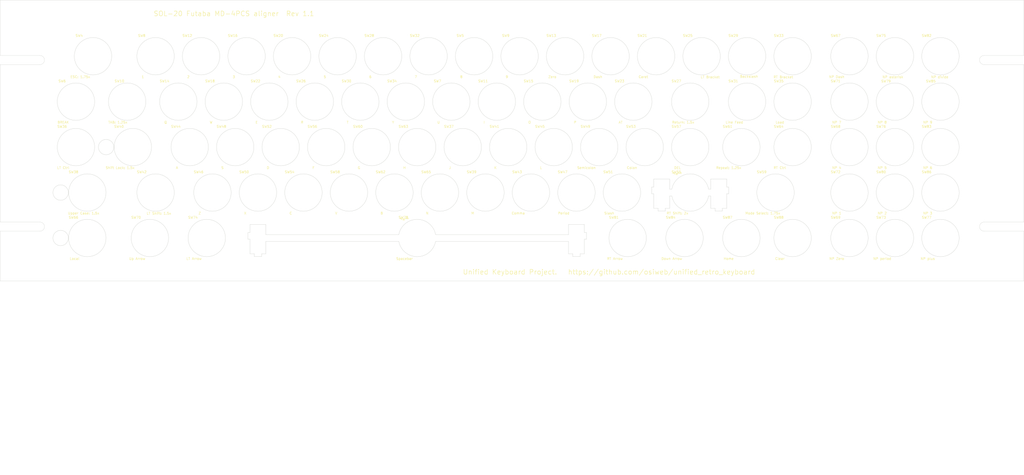
<source format=kicad_pcb>
(kicad_pcb (version 20171130) (host pcbnew "(5.1.5-0-10_14)")

  (general
    (thickness 1.6)
    (drawings 26)
    (tracks 0)
    (zones 0)
    (modules 94)
    (nets 1)
  )

  (page C)
  (title_block
    (title "Unified Retro Keyboard")
    (date 2019-08-25)
    (rev 1.1)
    (company OSIWeb.org)
    (comment 1 "Key aligner - Futaba")
  )

  (layers
    (0 F.Cu signal)
    (31 B.Cu signal)
    (32 B.Adhes user)
    (33 F.Adhes user)
    (34 B.Paste user)
    (35 F.Paste user)
    (36 B.SilkS user)
    (37 F.SilkS user)
    (38 B.Mask user)
    (39 F.Mask user)
    (40 Dwgs.User user)
    (41 Cmts.User user)
    (42 Eco1.User user)
    (43 Eco2.User user)
    (44 Edge.Cuts user)
    (45 Margin user)
    (46 B.CrtYd user)
    (47 F.CrtYd user)
    (48 B.Fab user)
    (49 F.Fab user)
  )

  (setup
    (last_trace_width 0.254)
    (user_trace_width 0.254)
    (user_trace_width 0.508)
    (user_trace_width 1.27)
    (trace_clearance 0.2)
    (zone_clearance 0.508)
    (zone_45_only no)
    (trace_min 0.2)
    (via_size 0.8128)
    (via_drill 0.4064)
    (via_min_size 0.4)
    (via_min_drill 0.3)
    (user_via 1.27 0.7112)
    (uvia_size 0.3048)
    (uvia_drill 0.1016)
    (uvias_allowed no)
    (uvia_min_size 0.2)
    (uvia_min_drill 0.1)
    (edge_width 0.05)
    (segment_width 0.2)
    (pcb_text_width 0.3)
    (pcb_text_size 1.5 1.5)
    (mod_edge_width 0.12)
    (mod_text_size 1 1)
    (mod_text_width 0.15)
    (pad_size 3.81 3.81)
    (pad_drill 3.81)
    (pad_to_mask_clearance 0)
    (aux_axis_origin 61.4172 179.1081)
    (grid_origin 76.835 223.393)
    (visible_elements 7FFFEFFF)
    (pcbplotparams
      (layerselection 0x010fc_ffffffff)
      (usegerberextensions false)
      (usegerberattributes false)
      (usegerberadvancedattributes false)
      (creategerberjobfile false)
      (excludeedgelayer true)
      (linewidth 0.100000)
      (plotframeref false)
      (viasonmask false)
      (mode 1)
      (useauxorigin false)
      (hpglpennumber 1)
      (hpglpenspeed 20)
      (hpglpendiameter 15.000000)
      (psnegative false)
      (psa4output false)
      (plotreference true)
      (plotvalue true)
      (plotinvisibletext false)
      (padsonsilk false)
      (subtractmaskfromsilk false)
      (outputformat 1)
      (mirror false)
      (drillshape 0)
      (scaleselection 1)
      (outputdirectory "outputs"))
  )

  (net 0 "")

  (net_class Default "This is the default net class."
    (clearance 0.2)
    (trace_width 0.254)
    (via_dia 0.8128)
    (via_drill 0.4064)
    (uvia_dia 0.3048)
    (uvia_drill 0.1016)
    (diff_pair_width 0.2032)
    (diff_pair_gap 0.254)
  )

  (net_class power1 ""
    (clearance 0.254)
    (trace_width 1.27)
    (via_dia 1.27)
    (via_drill 0.7112)
    (uvia_dia 0.3048)
    (uvia_drill 0.1016)
    (diff_pair_width 0.2032)
    (diff_pair_gap 0.254)
  )

  (net_class signal ""
    (clearance 0.2032)
    (trace_width 0.254)
    (via_dia 0.8128)
    (via_drill 0.4064)
    (uvia_dia 0.3048)
    (uvia_drill 0.1016)
    (diff_pair_width 0.2032)
    (diff_pair_gap 0.254)
  )

  (module unikbd:Futaba_2u_Cherry_aligner locked (layer F.Cu) (tedit 5E8CDB68) (tstamp 5E12D3B8)
    (at 365.75238 187.74156)
    (path /5BC3E99D/5BC6D0C2)
    (fp_text reference SW55 (at -5.7912 -8.6106) (layer F.SilkS)
      (effects (font (size 1 1) (thickness 0.15)))
    )
    (fp_text value "RT Shift: 2x" (at -5.334 8.6614) (layer F.SilkS)
      (effects (font (size 1 1) (thickness 0.15)))
    )
    (fp_arc (start 0 0) (end -7.697216 1.397) (angle -159.4) (layer Edge.Cuts) (width 0.12))
    (fp_arc (start 0 0) (end 7.697216 -1.397) (angle -159.4) (layer Edge.Cuts) (width 0.12))
    (fp_line (start 7.6962 1.397) (end 8.6106 1.397) (layer Edge.Cuts) (width 0.12))
    (fp_line (start 7.6962 -1.397) (end 8.6106 -1.397) (layer Edge.Cuts) (width 0.12))
    (fp_line (start -8.6106 -1.397) (end -7.6962 -1.397) (layer Edge.Cuts) (width 0.12))
    (fp_line (start -8.6106 1.397) (end -7.6962 1.397) (layer Edge.Cuts) (width 0.12))
    (fp_text user SW** (at -5.334 -7.874) (layer F.SilkS)
      (effects (font (size 1 1) (thickness 0.15)))
    )
    (fp_text user MX_space_aligner (at -0.6096 7.9248) (layer B.Fab)
      (effects (font (size 1 1) (thickness 0.15)))
    )
    (fp_line (start 15.2654 -5.6896) (end 15.2654 -2.286) (layer Edge.Cuts) (width 0.12))
    (fp_line (start 15.2654 -2.286) (end 16.129 -2.286) (layer Edge.Cuts) (width 0.12))
    (fp_line (start 16.129 -2.286) (end 16.129 0.508) (layer Edge.Cuts) (width 0.12))
    (fp_line (start 16.129 0.508) (end 15.2654 0.508) (layer Edge.Cuts) (width 0.12))
    (fp_line (start 15.2654 0.508) (end 15.2654 6.604) (layer Edge.Cuts) (width 0.12))
    (fp_line (start 15.2654 6.604) (end 13.462 6.604) (layer Edge.Cuts) (width 0.12))
    (fp_line (start 13.462 6.604) (end 13.462 7.7724) (layer Edge.Cuts) (width 0.12))
    (fp_line (start 8.6106 -5.6896) (end 15.2654 -5.6896) (layer Edge.Cuts) (width 0.12))
    (fp_line (start 8.6106 -1.397) (end 8.6106 -5.6896) (layer Edge.Cuts) (width 0.12))
    (fp_line (start 13.462 7.7724) (end 10.414 7.7724) (layer Edge.Cuts) (width 0.12))
    (fp_line (start 10.414 7.7724) (end 10.414 6.604) (layer Edge.Cuts) (width 0.12))
    (fp_line (start 10.414 6.604) (end 8.6106 6.604) (layer Edge.Cuts) (width 0.12))
    (fp_line (start 8.6106 6.604) (end 8.6106 1.397) (layer Edge.Cuts) (width 0.12))
    (fp_line (start -8.6106 1.397) (end -8.6106 6.604) (layer Edge.Cuts) (width 0.12))
    (fp_line (start -8.6106 6.604) (end -10.414 6.604) (layer Edge.Cuts) (width 0.12))
    (fp_line (start -10.414 6.604) (end -10.414 7.7724) (layer Edge.Cuts) (width 0.12))
    (fp_line (start -10.414 7.7724) (end -13.462 7.7724) (layer Edge.Cuts) (width 0.12))
    (fp_line (start -13.462 7.7724) (end -13.462 6.604) (layer Edge.Cuts) (width 0.12))
    (fp_line (start -13.462 6.604) (end -15.2654 6.604) (layer Edge.Cuts) (width 0.12))
    (fp_line (start -15.2654 6.604) (end -15.2654 0.508) (layer Edge.Cuts) (width 0.12))
    (fp_line (start -15.2654 0.508) (end -16.129 0.508) (layer Edge.Cuts) (width 0.12))
    (fp_line (start -16.129 0.508) (end -16.129 -2.286) (layer Edge.Cuts) (width 0.12))
    (fp_line (start -16.129 -2.286) (end -15.2654 -2.286) (layer Edge.Cuts) (width 0.12))
    (fp_line (start -15.2654 -2.286) (end -15.2654 -5.6896) (layer Edge.Cuts) (width 0.12))
    (fp_line (start -15.2654 -5.6896) (end -8.6106 -5.6896) (layer Edge.Cuts) (width 0.12))
    (fp_line (start -8.6106 -5.6896) (end -8.6106 -1.397) (layer Edge.Cuts) (width 0.12))
    (pad "" np_thru_hole circle (at 6.985 6.985) (size 1.6256 1.6256) (drill 1.6256) (layers *.Cu *.Mask))
    (pad "" np_thru_hole circle (at 6.985 -6.985) (size 1.6256 1.6256) (drill 1.6256) (layers *.Cu *.Mask))
    (pad "" np_thru_hole circle (at -6.985 6.985) (size 1.6256 1.6256) (drill 1.6256) (layers *.Cu *.Mask))
    (pad "" np_thru_hole circle (at -6.985 -6.985) (size 1.6256 1.6256) (drill 1.6256) (layers *.Cu *.Mask))
  )

  (module unikbd:Futaba_space_Cherry_aligner locked (layer F.Cu) (tedit 5E8CDC7A) (tstamp 5E12D584)
    (at 251.45238 206.79156)
    (path /5E16AC8E/5E135ADC)
    (fp_text reference SW78 (at -5.7912 -8.6106) (layer F.SilkS)
      (effects (font (size 1 1) (thickness 0.15)))
    )
    (fp_text value Spacebar (at -5.334 8.6614) (layer F.SilkS)
      (effects (font (size 1 1) (thickness 0.15)))
    )
    (fp_text user MX_space_aligner (at -0.6096 7.9248) (layer B.Fab)
      (effects (font (size 1 1) (thickness 0.15)))
    )
    (fp_text user SW** (at -5.334 -7.874) (layer F.SilkS)
      (effects (font (size 1 1) (thickness 0.15)))
    )
    (fp_text user Futaba_2u_Cherry_aligner (at 0 -0.5) (layer F.Fab)
      (effects (font (size 1 1) (thickness 0.15)))
    )
    (fp_text user REF** (at 0 0.5) (layer F.SilkS) hide
      (effects (font (size 1 1) (thickness 0.15)))
    )
    (fp_line (start -63.3476 1.397) (end -7.6962 1.397) (layer Edge.Cuts) (width 0.12))
    (fp_line (start -63.3476 -1.397) (end -7.6962 -1.397) (layer Edge.Cuts) (width 0.12))
    (fp_line (start 7.6962 -1.397) (end 63.3476 -1.397) (layer Edge.Cuts) (width 0.12))
    (fp_line (start 7.6962 1.397) (end 63.3476 1.397) (layer Edge.Cuts) (width 0.12))
    (fp_arc (start 0 0) (end 7.697216 -1.397) (angle -159.4) (layer Edge.Cuts) (width 0.12))
    (fp_arc (start 0 0) (end -7.697216 1.397) (angle -159.4) (layer Edge.Cuts) (width 0.12))
    (fp_line (start 63.3476 -1.397) (end 63.3476 -5.6896) (layer Edge.Cuts) (width 0.12))
    (fp_line (start 63.3476 -5.6896) (end 70.0024 -5.6896) (layer Edge.Cuts) (width 0.12))
    (fp_line (start 70.0024 -5.6896) (end 70.0024 -2.286) (layer Edge.Cuts) (width 0.12))
    (fp_line (start 70.0024 -2.286) (end 70.866 -2.286) (layer Edge.Cuts) (width 0.12))
    (fp_line (start 70.866 -2.286) (end 70.866 0.508) (layer Edge.Cuts) (width 0.12))
    (fp_line (start 70.866 0.508) (end 70.0024 0.508) (layer Edge.Cuts) (width 0.12))
    (fp_line (start 70.0024 0.508) (end 70.0024 6.604) (layer Edge.Cuts) (width 0.12))
    (fp_line (start 70.0024 6.604) (end 68.199 6.604) (layer Edge.Cuts) (width 0.12))
    (fp_line (start 68.199 6.604) (end 68.199 7.7724) (layer Edge.Cuts) (width 0.12))
    (fp_line (start 68.199 7.7724) (end 65.151 7.7724) (layer Edge.Cuts) (width 0.12))
    (fp_line (start 65.151 7.7724) (end 65.151 6.604) (layer Edge.Cuts) (width 0.12))
    (fp_line (start 65.151 6.604) (end 63.3476 6.604) (layer Edge.Cuts) (width 0.12))
    (fp_line (start 63.3476 6.604) (end 63.3476 1.397) (layer Edge.Cuts) (width 0.12))
    (fp_line (start -63.3476 1.397) (end -63.3476 6.604) (layer Edge.Cuts) (width 0.12))
    (fp_line (start -63.3476 6.604) (end -65.151 6.604) (layer Edge.Cuts) (width 0.12))
    (fp_line (start -65.151 6.604) (end -65.151 7.7724) (layer Edge.Cuts) (width 0.12))
    (fp_line (start -65.151 7.7724) (end -68.199 7.7724) (layer Edge.Cuts) (width 0.12))
    (fp_line (start -68.199 7.7724) (end -68.199 6.604) (layer Edge.Cuts) (width 0.12))
    (fp_line (start -68.199 6.604) (end -70.0024 6.604) (layer Edge.Cuts) (width 0.12))
    (fp_line (start -70.0024 6.604) (end -70.0024 0.508) (layer Edge.Cuts) (width 0.12))
    (fp_line (start -70.0024 0.508) (end -70.866 0.508) (layer Edge.Cuts) (width 0.12))
    (fp_line (start -70.866 0.508) (end -70.866 -2.286) (layer Edge.Cuts) (width 0.12))
    (fp_line (start -70.866 -2.286) (end -70.0024 -2.286) (layer Edge.Cuts) (width 0.12))
    (fp_line (start -70.0024 -2.286) (end -70.0024 -5.6896) (layer Edge.Cuts) (width 0.12))
    (fp_line (start -70.0024 -5.6896) (end -63.3476 -5.6896) (layer Edge.Cuts) (width 0.12))
    (fp_line (start -63.3476 -5.6896) (end -63.3476 -1.397) (layer Edge.Cuts) (width 0.12))
    (pad "" np_thru_hole circle (at -6.985 6.985) (size 1.6256 1.6256) (drill 1.6256) (layers *.Cu *.Mask))
    (pad "" np_thru_hole circle (at -6.985 -6.985) (size 1.6256 1.6256) (drill 1.6256) (layers *.Cu *.Mask))
    (pad "" np_thru_hole circle (at 6.985 -6.985) (size 1.6256 1.6256) (drill 1.6256) (layers *.Cu *.Mask))
    (pad "" np_thru_hole circle (at 6.985 6.985) (size 1.6256 1.6256) (drill 1.6256) (layers *.Cu *.Mask))
  )

  (module unikbd:Futaba-MD-4PCS-aligner locked (layer F.Cu) (tedit 5DA63068) (tstamp 5E12D408)
    (at 401.47113 187.74156)
    (path /5BC3E99D/5BC6D0C9)
    (fp_text reference SW59 (at -5.7912 -8.6106) (layer F.SilkS)
      (effects (font (size 1 1) (thickness 0.15)))
    )
    (fp_text value "Mode Select: 1.75x" (at -5.334 8.6614) (layer F.SilkS)
      (effects (font (size 1 1) (thickness 0.15)))
    )
    (fp_circle (center 0 0) (end 7.8232 0) (layer Edge.Cuts) (width 0.12))
    (pad "" np_thru_hole circle (at -6.985 -6.985) (size 1.6256 1.6256) (drill 1.6256) (layers *.Cu *.Mask))
    (pad "" np_thru_hole circle (at -6.985 6.985) (size 1.6256 1.6256) (drill 1.6256) (layers *.Cu *.Mask))
    (pad "" np_thru_hole circle (at 6.985 6.985) (size 1.6256 1.6256) (drill 1.6256) (layers *.Cu *.Mask))
    (pad "" np_thru_hole circle (at 6.985 -6.985) (size 1.6256 1.6256) (drill 1.6256) (layers *.Cu *.Mask))
  )

  (module unikbd:Futaba-MD-4PCS-aligner locked (layer F.Cu) (tedit 5DA63068) (tstamp 5E12D458)
    (at 251.45238 168.69156)
    (path /5BC3E99D/5BC3FF70)
    (fp_text reference SW63 (at -5.7912 -8.6106) (layer F.SilkS)
      (effects (font (size 1 1) (thickness 0.15)))
    )
    (fp_text value H (at -5.334 8.6614) (layer F.SilkS)
      (effects (font (size 1 1) (thickness 0.15)))
    )
    (fp_circle (center 0 0) (end 7.8232 0) (layer Edge.Cuts) (width 0.12))
    (pad "" np_thru_hole circle (at -6.985 -6.985) (size 1.6256 1.6256) (drill 1.6256) (layers *.Cu *.Mask))
    (pad "" np_thru_hole circle (at -6.985 6.985) (size 1.6256 1.6256) (drill 1.6256) (layers *.Cu *.Mask))
    (pad "" np_thru_hole circle (at 6.985 6.985) (size 1.6256 1.6256) (drill 1.6256) (layers *.Cu *.Mask))
    (pad "" np_thru_hole circle (at 6.985 -6.985) (size 1.6256 1.6256) (drill 1.6256) (layers *.Cu *.Mask))
  )

  (module unikbd:Futaba-MD-4PCS-aligner locked (layer F.Cu) (tedit 5DA63068) (tstamp 5E12D41C)
    (at 232.40238 168.69156)
    (path /5BC3E99D/5BC3FF77)
    (fp_text reference SW60 (at -5.7912 -8.6106) (layer F.SilkS)
      (effects (font (size 1 1) (thickness 0.15)))
    )
    (fp_text value G (at -5.334 8.6614) (layer F.SilkS)
      (effects (font (size 1 1) (thickness 0.15)))
    )
    (fp_circle (center 0 0) (end 7.8232 0) (layer Edge.Cuts) (width 0.12))
    (pad "" np_thru_hole circle (at -6.985 -6.985) (size 1.6256 1.6256) (drill 1.6256) (layers *.Cu *.Mask))
    (pad "" np_thru_hole circle (at -6.985 6.985) (size 1.6256 1.6256) (drill 1.6256) (layers *.Cu *.Mask))
    (pad "" np_thru_hole circle (at 6.985 6.985) (size 1.6256 1.6256) (drill 1.6256) (layers *.Cu *.Mask))
    (pad "" np_thru_hole circle (at 6.985 -6.985) (size 1.6256 1.6256) (drill 1.6256) (layers *.Cu *.Mask))
  )

  (module unikbd:Futaba-MD-4PCS-aligner locked (layer F.Cu) (tedit 5DA63068) (tstamp 5E12D430)
    (at 387.18363 168.69156)
    (path /5BC3E99D/5BC6CD87)
    (fp_text reference SW61 (at -5.7912 -8.6106) (layer F.SilkS)
      (effects (font (size 1 1) (thickness 0.15)))
    )
    (fp_text value "Repeat: 1.25x" (at -5.334 8.6614) (layer F.SilkS)
      (effects (font (size 1 1) (thickness 0.15)))
    )
    (fp_circle (center 0 0) (end 7.8232 0) (layer Edge.Cuts) (width 0.12))
    (pad "" np_thru_hole circle (at -6.985 -6.985) (size 1.6256 1.6256) (drill 1.6256) (layers *.Cu *.Mask))
    (pad "" np_thru_hole circle (at -6.985 6.985) (size 1.6256 1.6256) (drill 1.6256) (layers *.Cu *.Mask))
    (pad "" np_thru_hole circle (at 6.985 6.985) (size 1.6256 1.6256) (drill 1.6256) (layers *.Cu *.Mask))
    (pad "" np_thru_hole circle (at 6.985 -6.985) (size 1.6256 1.6256) (drill 1.6256) (layers *.Cu *.Mask))
  )

  (module unikbd:Futaba-MD-4PCS-aligner locked (layer F.Cu) (tedit 5DA63068) (tstamp 5E12D3CC)
    (at 213.35238 168.69156)
    (path /5BC3E99D/5BC3FF69)
    (fp_text reference SW56 (at -5.7912 -8.6106) (layer F.SilkS)
      (effects (font (size 1 1) (thickness 0.15)))
    )
    (fp_text value F (at -5.334 8.6614) (layer F.SilkS)
      (effects (font (size 1 1) (thickness 0.15)))
    )
    (fp_circle (center 0 0) (end 7.8232 0) (layer Edge.Cuts) (width 0.12))
    (pad "" np_thru_hole circle (at -6.985 -6.985) (size 1.6256 1.6256) (drill 1.6256) (layers *.Cu *.Mask))
    (pad "" np_thru_hole circle (at -6.985 6.985) (size 1.6256 1.6256) (drill 1.6256) (layers *.Cu *.Mask))
    (pad "" np_thru_hole circle (at 6.985 6.985) (size 1.6256 1.6256) (drill 1.6256) (layers *.Cu *.Mask))
    (pad "" np_thru_hole circle (at 6.985 -6.985) (size 1.6256 1.6256) (drill 1.6256) (layers *.Cu *.Mask))
  )

  (module unikbd:Futaba-MD-4PCS-aligner locked (layer F.Cu) (tedit 5DA63068) (tstamp 5E12D46C)
    (at 408.61488 168.69156)
    (path /5BC3E99D/5BC6CD80)
    (fp_text reference SW64 (at -5.7912 -8.6106) (layer F.SilkS)
      (effects (font (size 1 1) (thickness 0.15)))
    )
    (fp_text value "RT Ctrl" (at -5.334 8.6614) (layer F.SilkS)
      (effects (font (size 1 1) (thickness 0.15)))
    )
    (fp_circle (center 0 0) (end 7.8232 0) (layer Edge.Cuts) (width 0.12))
    (pad "" np_thru_hole circle (at -6.985 -6.985) (size 1.6256 1.6256) (drill 1.6256) (layers *.Cu *.Mask))
    (pad "" np_thru_hole circle (at -6.985 6.985) (size 1.6256 1.6256) (drill 1.6256) (layers *.Cu *.Mask))
    (pad "" np_thru_hole circle (at 6.985 6.985) (size 1.6256 1.6256) (drill 1.6256) (layers *.Cu *.Mask))
    (pad "" np_thru_hole circle (at 6.985 -6.985) (size 1.6256 1.6256) (drill 1.6256) (layers *.Cu *.Mask))
  )

  (module unikbd:Futaba-MD-4PCS-aligner locked (layer F.Cu) (tedit 5DA63068) (tstamp 5E12D250)
    (at 270.50238 168.69156)
    (path /5BC3E99D/5E1BE11F)
    (fp_text reference SW37 (at -5.7912 -8.6106) (layer F.SilkS)
      (effects (font (size 1 1) (thickness 0.15)))
    )
    (fp_text value J (at -5.334 8.6614) (layer F.SilkS)
      (effects (font (size 1 1) (thickness 0.15)))
    )
    (fp_circle (center 0 0) (end 7.8232 0) (layer Edge.Cuts) (width 0.12))
    (pad "" np_thru_hole circle (at -6.985 -6.985) (size 1.6256 1.6256) (drill 1.6256) (layers *.Cu *.Mask))
    (pad "" np_thru_hole circle (at -6.985 6.985) (size 1.6256 1.6256) (drill 1.6256) (layers *.Cu *.Mask))
    (pad "" np_thru_hole circle (at 6.985 6.985) (size 1.6256 1.6256) (drill 1.6256) (layers *.Cu *.Mask))
    (pad "" np_thru_hole circle (at 6.985 -6.985) (size 1.6256 1.6256) (drill 1.6256) (layers *.Cu *.Mask))
  )

  (module unikbd:Futaba-MD-4PCS-aligner locked (layer F.Cu) (tedit 5DA63068) (tstamp 5E12D55C)
    (at 451.47738 168.69156)
    (path /5E16AC8E/5E1BE10C)
    (fp_text reference SW76 (at -5.7912 -8.6106) (layer F.SilkS)
      (effects (font (size 1 1) (thickness 0.15)))
    )
    (fp_text value "NP 5" (at -5.334 8.6614) (layer F.SilkS)
      (effects (font (size 1 1) (thickness 0.15)))
    )
    (fp_circle (center 0 0) (end 7.8232 0) (layer Edge.Cuts) (width 0.12))
    (pad "" np_thru_hole circle (at -6.985 -6.985) (size 1.6256 1.6256) (drill 1.6256) (layers *.Cu *.Mask))
    (pad "" np_thru_hole circle (at -6.985 6.985) (size 1.6256 1.6256) (drill 1.6256) (layers *.Cu *.Mask))
    (pad "" np_thru_hole circle (at 6.985 6.985) (size 1.6256 1.6256) (drill 1.6256) (layers *.Cu *.Mask))
    (pad "" np_thru_hole circle (at 6.985 -6.985) (size 1.6256 1.6256) (drill 1.6256) (layers *.Cu *.Mask))
  )

  (module unikbd:Futaba-MD-4PCS-aligner locked (layer F.Cu) (tedit 5DA63068) (tstamp 5E12D28C)
    (at 132.38988 168.69156)
    (path /5BC3E99D/5BC3FD26)
    (fp_text reference SW40 (at -5.7912 -8.6106) (layer F.SilkS)
      (effects (font (size 1 1) (thickness 0.15)))
    )
    (fp_text value "Shift Lock: 1.5x" (at -5.334 8.6614) (layer F.SilkS)
      (effects (font (size 1 1) (thickness 0.15)))
    )
    (fp_circle (center 0 0) (end 7.8232 0) (layer Edge.Cuts) (width 0.12))
    (pad "" np_thru_hole circle (at -6.985 -6.985) (size 1.6256 1.6256) (drill 1.6256) (layers *.Cu *.Mask))
    (pad "" np_thru_hole circle (at -6.985 6.985) (size 1.6256 1.6256) (drill 1.6256) (layers *.Cu *.Mask))
    (pad "" np_thru_hole circle (at 6.985 6.985) (size 1.6256 1.6256) (drill 1.6256) (layers *.Cu *.Mask))
    (pad "" np_thru_hole circle (at 6.985 -6.985) (size 1.6256 1.6256) (drill 1.6256) (layers *.Cu *.Mask))
  )

  (module unikbd:Futaba-MD-4PCS-aligner locked (layer F.Cu) (tedit 5DA63068) (tstamp 5E12D2A0)
    (at 289.55238 168.69156)
    (path /5BC3E99D/5BC6CD5D)
    (fp_text reference SW41 (at -5.7912 -8.6106) (layer F.SilkS)
      (effects (font (size 1 1) (thickness 0.15)))
    )
    (fp_text value K (at -5.334 8.6614) (layer F.SilkS)
      (effects (font (size 1 1) (thickness 0.15)))
    )
    (fp_circle (center 0 0) (end 7.8232 0) (layer Edge.Cuts) (width 0.12))
    (pad "" np_thru_hole circle (at -6.985 -6.985) (size 1.6256 1.6256) (drill 1.6256) (layers *.Cu *.Mask))
    (pad "" np_thru_hole circle (at -6.985 6.985) (size 1.6256 1.6256) (drill 1.6256) (layers *.Cu *.Mask))
    (pad "" np_thru_hole circle (at 6.985 6.985) (size 1.6256 1.6256) (drill 1.6256) (layers *.Cu *.Mask))
    (pad "" np_thru_hole circle (at 6.985 -6.985) (size 1.6256 1.6256) (drill 1.6256) (layers *.Cu *.Mask))
  )

  (module unikbd:Futaba-MD-4PCS-aligner locked (layer F.Cu) (tedit 5DA63068) (tstamp 5E12D2DC)
    (at 156.20238 168.69156)
    (path /5BC3E99D/5BC3FE57)
    (fp_text reference SW44 (at -5.7912 -8.6106) (layer F.SilkS)
      (effects (font (size 1 1) (thickness 0.15)))
    )
    (fp_text value A (at -5.334 8.6614) (layer F.SilkS)
      (effects (font (size 1 1) (thickness 0.15)))
    )
    (fp_circle (center 0 0) (end 7.8232 0) (layer Edge.Cuts) (width 0.12))
    (pad "" np_thru_hole circle (at -6.985 -6.985) (size 1.6256 1.6256) (drill 1.6256) (layers *.Cu *.Mask))
    (pad "" np_thru_hole circle (at -6.985 6.985) (size 1.6256 1.6256) (drill 1.6256) (layers *.Cu *.Mask))
    (pad "" np_thru_hole circle (at 6.985 6.985) (size 1.6256 1.6256) (drill 1.6256) (layers *.Cu *.Mask))
    (pad "" np_thru_hole circle (at 6.985 -6.985) (size 1.6256 1.6256) (drill 1.6256) (layers *.Cu *.Mask))
  )

  (module unikbd:Futaba-MD-4PCS-aligner locked (layer F.Cu) (tedit 5DA63068) (tstamp 5E12D2F0)
    (at 308.60238 168.69156)
    (path /5BC3E99D/5BC6CD6B)
    (fp_text reference SW45 (at -5.7912 -8.6106) (layer F.SilkS)
      (effects (font (size 1 1) (thickness 0.15)))
    )
    (fp_text value L (at -5.334 8.6614) (layer F.SilkS)
      (effects (font (size 1 1) (thickness 0.15)))
    )
    (fp_circle (center 0 0) (end 7.8232 0) (layer Edge.Cuts) (width 0.12))
    (pad "" np_thru_hole circle (at -6.985 -6.985) (size 1.6256 1.6256) (drill 1.6256) (layers *.Cu *.Mask))
    (pad "" np_thru_hole circle (at -6.985 6.985) (size 1.6256 1.6256) (drill 1.6256) (layers *.Cu *.Mask))
    (pad "" np_thru_hole circle (at 6.985 6.985) (size 1.6256 1.6256) (drill 1.6256) (layers *.Cu *.Mask))
    (pad "" np_thru_hole circle (at 6.985 -6.985) (size 1.6256 1.6256) (drill 1.6256) (layers *.Cu *.Mask))
  )

  (module unikbd:Futaba-MD-4PCS-aligner locked (layer F.Cu) (tedit 5DA63068) (tstamp 5E12D32C)
    (at 175.25238 168.69156)
    (path /5BC3E99D/5E1BE11D)
    (fp_text reference SW48 (at -5.7912 -8.6106) (layer F.SilkS)
      (effects (font (size 1 1) (thickness 0.15)))
    )
    (fp_text value S (at -5.334 8.6614) (layer F.SilkS)
      (effects (font (size 1 1) (thickness 0.15)))
    )
    (fp_circle (center 0 0) (end 7.8232 0) (layer Edge.Cuts) (width 0.12))
    (pad "" np_thru_hole circle (at -6.985 -6.985) (size 1.6256 1.6256) (drill 1.6256) (layers *.Cu *.Mask))
    (pad "" np_thru_hole circle (at -6.985 6.985) (size 1.6256 1.6256) (drill 1.6256) (layers *.Cu *.Mask))
    (pad "" np_thru_hole circle (at 6.985 6.985) (size 1.6256 1.6256) (drill 1.6256) (layers *.Cu *.Mask))
    (pad "" np_thru_hole circle (at 6.985 -6.985) (size 1.6256 1.6256) (drill 1.6256) (layers *.Cu *.Mask))
  )

  (module unikbd:Futaba-MD-4PCS-aligner locked (layer F.Cu) (tedit 5DA63068) (tstamp 5E12D340)
    (at 327.65238 168.69156)
    (path /5BC3E99D/5BC6CD64)
    (fp_text reference SW49 (at -5.7912 -8.6106) (layer F.SilkS)
      (effects (font (size 1 1) (thickness 0.15)))
    )
    (fp_text value Semicolon (at -5.334 8.6614) (layer F.SilkS)
      (effects (font (size 1 1) (thickness 0.15)))
    )
    (fp_circle (center 0 0) (end 7.8232 0) (layer Edge.Cuts) (width 0.12))
    (pad "" np_thru_hole circle (at -6.985 -6.985) (size 1.6256 1.6256) (drill 1.6256) (layers *.Cu *.Mask))
    (pad "" np_thru_hole circle (at -6.985 6.985) (size 1.6256 1.6256) (drill 1.6256) (layers *.Cu *.Mask))
    (pad "" np_thru_hole circle (at 6.985 6.985) (size 1.6256 1.6256) (drill 1.6256) (layers *.Cu *.Mask))
    (pad "" np_thru_hole circle (at 6.985 -6.985) (size 1.6256 1.6256) (drill 1.6256) (layers *.Cu *.Mask))
  )

  (module unikbd:Futaba-MD-4PCS-aligner locked (layer F.Cu) (tedit 5DA63068) (tstamp 5E12D37C)
    (at 194.30238 168.69156)
    (path /5BC3E99D/5E0AC938)
    (fp_text reference SW52 (at -5.7912 -8.6106) (layer F.SilkS)
      (effects (font (size 1 1) (thickness 0.15)))
    )
    (fp_text value D (at -5.334 8.6614) (layer F.SilkS)
      (effects (font (size 1 1) (thickness 0.15)))
    )
    (fp_circle (center 0 0) (end 7.8232 0) (layer Edge.Cuts) (width 0.12))
    (pad "" np_thru_hole circle (at -6.985 -6.985) (size 1.6256 1.6256) (drill 1.6256) (layers *.Cu *.Mask))
    (pad "" np_thru_hole circle (at -6.985 6.985) (size 1.6256 1.6256) (drill 1.6256) (layers *.Cu *.Mask))
    (pad "" np_thru_hole circle (at 6.985 6.985) (size 1.6256 1.6256) (drill 1.6256) (layers *.Cu *.Mask))
    (pad "" np_thru_hole circle (at 6.985 -6.985) (size 1.6256 1.6256) (drill 1.6256) (layers *.Cu *.Mask))
  )

  (module unikbd:Futaba-MD-4PCS-aligner locked (layer F.Cu) (tedit 5DA63068) (tstamp 5E12D390)
    (at 346.70238 168.69156)
    (path /5BC3E99D/5BC6CD72)
    (fp_text reference SW53 (at -5.7912 -8.6106) (layer F.SilkS)
      (effects (font (size 1 1) (thickness 0.15)))
    )
    (fp_text value Colon (at -5.334 8.6614) (layer F.SilkS)
      (effects (font (size 1 1) (thickness 0.15)))
    )
    (fp_circle (center 0 0) (end 7.8232 0) (layer Edge.Cuts) (width 0.12))
    (pad "" np_thru_hole circle (at -6.985 -6.985) (size 1.6256 1.6256) (drill 1.6256) (layers *.Cu *.Mask))
    (pad "" np_thru_hole circle (at -6.985 6.985) (size 1.6256 1.6256) (drill 1.6256) (layers *.Cu *.Mask))
    (pad "" np_thru_hole circle (at 6.985 6.985) (size 1.6256 1.6256) (drill 1.6256) (layers *.Cu *.Mask))
    (pad "" np_thru_hole circle (at 6.985 -6.985) (size 1.6256 1.6256) (drill 1.6256) (layers *.Cu *.Mask))
  )

  (module unikbd:Futaba-MD-4PCS-aligner locked (layer F.Cu) (tedit 5DA63068) (tstamp 5E12D4BC)
    (at 432.42738 168.69156)
    (path /5E16AC8E/5E1BE109)
    (fp_text reference SW68 (at -5.7912 -8.6106) (layer F.SilkS)
      (effects (font (size 1 1) (thickness 0.15)))
    )
    (fp_text value "NP 4" (at -5.334 8.6614) (layer F.SilkS)
      (effects (font (size 1 1) (thickness 0.15)))
    )
    (fp_circle (center 0 0) (end 7.8232 0) (layer Edge.Cuts) (width 0.12))
    (pad "" np_thru_hole circle (at -6.985 -6.985) (size 1.6256 1.6256) (drill 1.6256) (layers *.Cu *.Mask))
    (pad "" np_thru_hole circle (at -6.985 6.985) (size 1.6256 1.6256) (drill 1.6256) (layers *.Cu *.Mask))
    (pad "" np_thru_hole circle (at 6.985 6.985) (size 1.6256 1.6256) (drill 1.6256) (layers *.Cu *.Mask))
    (pad "" np_thru_hole circle (at 6.985 -6.985) (size 1.6256 1.6256) (drill 1.6256) (layers *.Cu *.Mask))
  )

  (module unikbd:Futaba-MD-4PCS-aligner locked (layer F.Cu) (tedit 5DA63068) (tstamp 5E12D5E8)
    (at 470.52738 168.69156)
    (path /5E16AC8E/5E1BE10D)
    (fp_text reference SW83 (at -5.7912 -8.6106) (layer F.SilkS)
      (effects (font (size 1 1) (thickness 0.15)))
    )
    (fp_text value "NP 6" (at -5.334 8.6614) (layer F.SilkS)
      (effects (font (size 1 1) (thickness 0.15)))
    )
    (fp_circle (center 0 0) (end 7.8232 0) (layer Edge.Cuts) (width 0.12))
    (pad "" np_thru_hole circle (at -6.985 -6.985) (size 1.6256 1.6256) (drill 1.6256) (layers *.Cu *.Mask))
    (pad "" np_thru_hole circle (at -6.985 6.985) (size 1.6256 1.6256) (drill 1.6256) (layers *.Cu *.Mask))
    (pad "" np_thru_hole circle (at 6.985 6.985) (size 1.6256 1.6256) (drill 1.6256) (layers *.Cu *.Mask))
    (pad "" np_thru_hole circle (at 6.985 -6.985) (size 1.6256 1.6256) (drill 1.6256) (layers *.Cu *.Mask))
  )

  (module unikbd:Futaba-MD-4PCS-aligner locked (layer F.Cu) (tedit 5DA63068) (tstamp 5E12D3E0)
    (at 365.75238 168.69156)
    (path /5BC3E99D/5BC6CD79)
    (fp_text reference SW57 (at -5.7912 -8.6106) (layer F.SilkS)
      (effects (font (size 1 1) (thickness 0.15)))
    )
    (fp_text value DEL (at -5.334 8.6614) (layer F.SilkS)
      (effects (font (size 1 1) (thickness 0.15)))
    )
    (fp_circle (center 0 0) (end 7.8232 0) (layer Edge.Cuts) (width 0.12))
    (pad "" np_thru_hole circle (at -6.985 -6.985) (size 1.6256 1.6256) (drill 1.6256) (layers *.Cu *.Mask))
    (pad "" np_thru_hole circle (at -6.985 6.985) (size 1.6256 1.6256) (drill 1.6256) (layers *.Cu *.Mask))
    (pad "" np_thru_hole circle (at 6.985 6.985) (size 1.6256 1.6256) (drill 1.6256) (layers *.Cu *.Mask))
    (pad "" np_thru_hole circle (at 6.985 -6.985) (size 1.6256 1.6256) (drill 1.6256) (layers *.Cu *.Mask))
  )

  (module unikbd:Futaba-MD-4PCS-aligner locked (layer F.Cu) (tedit 5DA63068) (tstamp 5E12D3A4)
    (at 203.82738 187.74156)
    (path /5BC3E99D/5BC6CEF2)
    (fp_text reference SW54 (at -5.7912 -8.6106) (layer F.SilkS)
      (effects (font (size 1 1) (thickness 0.15)))
    )
    (fp_text value C (at -5.334 8.6614) (layer F.SilkS)
      (effects (font (size 1 1) (thickness 0.15)))
    )
    (fp_circle (center 0 0) (end 7.8232 0) (layer Edge.Cuts) (width 0.12))
    (pad "" np_thru_hole circle (at -6.985 -6.985) (size 1.6256 1.6256) (drill 1.6256) (layers *.Cu *.Mask))
    (pad "" np_thru_hole circle (at -6.985 6.985) (size 1.6256 1.6256) (drill 1.6256) (layers *.Cu *.Mask))
    (pad "" np_thru_hole circle (at 6.985 6.985) (size 1.6256 1.6256) (drill 1.6256) (layers *.Cu *.Mask))
    (pad "" np_thru_hole circle (at 6.985 -6.985) (size 1.6256 1.6256) (drill 1.6256) (layers *.Cu *.Mask))
  )

  (module unikbd:Futaba-MD-4PCS-aligner locked (layer F.Cu) (tedit 5DA63068) (tstamp 5E6EC726)
    (at 163.34613 206.79156)
    (path /5E16AC8E/5E1BE0F6)
    (fp_text reference SW74 (at -5.7912 -8.6106) (layer F.SilkS)
      (effects (font (size 1 1) (thickness 0.15)))
    )
    (fp_text value "LT Arrow" (at -5.334 8.6614) (layer F.SilkS)
      (effects (font (size 1 1) (thickness 0.15)))
    )
    (fp_circle (center 0 0) (end 7.8232 0) (layer Edge.Cuts) (width 0.12))
    (pad "" np_thru_hole circle (at -6.985 -6.985) (size 1.6256 1.6256) (drill 1.6256) (layers *.Cu *.Mask))
    (pad "" np_thru_hole circle (at -6.985 6.985) (size 1.6256 1.6256) (drill 1.6256) (layers *.Cu *.Mask))
    (pad "" np_thru_hole circle (at 6.985 6.985) (size 1.6256 1.6256) (drill 1.6256) (layers *.Cu *.Mask))
    (pad "" np_thru_hole circle (at 6.985 -6.985) (size 1.6256 1.6256) (drill 1.6256) (layers *.Cu *.Mask))
  )

  (module unikbd:Futaba-MD-4PCS-aligner locked (layer F.Cu) (tedit 5DA63068) (tstamp 5E120789)
    (at 470.52738 149.64156)
    (path /5E16AC8E/5E1BE103)
    (fp_text reference SW85 (at -4.03098 -8.56996) (layer F.SilkS)
      (effects (font (size 1 1) (thickness 0.15)))
    )
    (fp_text value "NP 9" (at -5.334 8.6614) (layer F.SilkS)
      (effects (font (size 1 1) (thickness 0.15)))
    )
    (fp_circle (center 0 0) (end 7.8232 0) (layer Edge.Cuts) (width 0.12))
    (pad "" np_thru_hole circle (at -6.985 -6.985) (size 1.6256 1.6256) (drill 1.6256) (layers *.Cu *.Mask))
    (pad "" np_thru_hole circle (at -6.985 6.985) (size 1.6256 1.6256) (drill 1.6256) (layers *.Cu *.Mask))
    (pad "" np_thru_hole circle (at 6.985 6.985) (size 1.6256 1.6256) (drill 1.6256) (layers *.Cu *.Mask))
    (pad "" np_thru_hole circle (at 6.985 -6.985) (size 1.6256 1.6256) (drill 1.6256) (layers *.Cu *.Mask))
  )

  (module unikbd:Futaba-MD-4PCS-aligner locked (layer F.Cu) (tedit 5DA63068) (tstamp 5E12D1C4)
    (at 227.63988 149.64156)
    (path /5BC3EA0A/5BCAF420)
    (fp_text reference SW30 (at -5.7912 -8.6106) (layer F.SilkS)
      (effects (font (size 1 1) (thickness 0.15)))
    )
    (fp_text value T (at -5.334 8.6614) (layer F.SilkS)
      (effects (font (size 1 1) (thickness 0.15)))
    )
    (fp_circle (center 0 0) (end 7.8232 0) (layer Edge.Cuts) (width 0.12))
    (pad "" np_thru_hole circle (at -6.985 -6.985) (size 1.6256 1.6256) (drill 1.6256) (layers *.Cu *.Mask))
    (pad "" np_thru_hole circle (at -6.985 6.985) (size 1.6256 1.6256) (drill 1.6256) (layers *.Cu *.Mask))
    (pad "" np_thru_hole circle (at 6.985 6.985) (size 1.6256 1.6256) (drill 1.6256) (layers *.Cu *.Mask))
    (pad "" np_thru_hole circle (at 6.985 -6.985) (size 1.6256 1.6256) (drill 1.6256) (layers *.Cu *.Mask))
  )

  (module unikbd:Futaba-MD-4PCS-aligner locked (layer F.Cu) (tedit 5DA63068) (tstamp 5E12D64C)
    (at 408.61488 206.79156)
    (path /5E16AC8E/5E1BE0F8)
    (fp_text reference SW88 (at -5.7912 -8.6106) (layer F.SilkS)
      (effects (font (size 1 1) (thickness 0.15)))
    )
    (fp_text value Clear (at -5.334 8.6614) (layer F.SilkS)
      (effects (font (size 1 1) (thickness 0.15)))
    )
    (fp_circle (center 0 0) (end 7.8232 0) (layer Edge.Cuts) (width 0.12))
    (pad "" np_thru_hole circle (at -6.985 -6.985) (size 1.6256 1.6256) (drill 1.6256) (layers *.Cu *.Mask))
    (pad "" np_thru_hole circle (at -6.985 6.985) (size 1.6256 1.6256) (drill 1.6256) (layers *.Cu *.Mask))
    (pad "" np_thru_hole circle (at 6.985 6.985) (size 1.6256 1.6256) (drill 1.6256) (layers *.Cu *.Mask))
    (pad "" np_thru_hole circle (at 6.985 -6.985) (size 1.6256 1.6256) (drill 1.6256) (layers *.Cu *.Mask))
  )

  (module unikbd:Futaba-MD-4PCS-aligner locked (layer F.Cu) (tedit 5DA63068) (tstamp 5E12D638)
    (at 387.18363 206.79156)
    (path /5E16AC8E/5E1BE0F9)
    (fp_text reference SW87 (at -5.7912 -8.6106) (layer F.SilkS)
      (effects (font (size 1 1) (thickness 0.15)))
    )
    (fp_text value Home (at -5.334 8.6614) (layer F.SilkS)
      (effects (font (size 1 1) (thickness 0.15)))
    )
    (fp_circle (center 0 0) (end 7.8232 0) (layer Edge.Cuts) (width 0.12))
    (pad "" np_thru_hole circle (at -6.985 -6.985) (size 1.6256 1.6256) (drill 1.6256) (layers *.Cu *.Mask))
    (pad "" np_thru_hole circle (at -6.985 6.985) (size 1.6256 1.6256) (drill 1.6256) (layers *.Cu *.Mask))
    (pad "" np_thru_hole circle (at 6.985 6.985) (size 1.6256 1.6256) (drill 1.6256) (layers *.Cu *.Mask))
    (pad "" np_thru_hole circle (at 6.985 -6.985) (size 1.6256 1.6256) (drill 1.6256) (layers *.Cu *.Mask))
  )

  (module unikbd:Futaba-MD-4PCS-aligner locked (layer F.Cu) (tedit 5DA63068) (tstamp 5E12D624)
    (at 470.52738 187.74156)
    (path /5E16AC8E/5E1BE10E)
    (fp_text reference SW86 (at -5.7912 -8.6106) (layer F.SilkS)
      (effects (font (size 1 1) (thickness 0.15)))
    )
    (fp_text value "NP 3" (at -5.334 8.6614) (layer F.SilkS)
      (effects (font (size 1 1) (thickness 0.15)))
    )
    (fp_circle (center 0 0) (end 7.8232 0) (layer Edge.Cuts) (width 0.12))
    (pad "" np_thru_hole circle (at -6.985 -6.985) (size 1.6256 1.6256) (drill 1.6256) (layers *.Cu *.Mask))
    (pad "" np_thru_hole circle (at -6.985 6.985) (size 1.6256 1.6256) (drill 1.6256) (layers *.Cu *.Mask))
    (pad "" np_thru_hole circle (at 6.985 6.985) (size 1.6256 1.6256) (drill 1.6256) (layers *.Cu *.Mask))
    (pad "" np_thru_hole circle (at 6.985 -6.985) (size 1.6256 1.6256) (drill 1.6256) (layers *.Cu *.Mask))
  )

  (module unikbd:Futaba-MD-4PCS-aligner locked (layer F.Cu) (tedit 5DA63068) (tstamp 5E12D5FC)
    (at 363.37113 206.79156)
    (path /5E16AC8E/5E1BE0F7)
    (fp_text reference SW84 (at -5.7912 -8.6106) (layer F.SilkS)
      (effects (font (size 1 1) (thickness 0.15)))
    )
    (fp_text value "Down Arrow" (at -5.334 8.6614) (layer F.SilkS)
      (effects (font (size 1 1) (thickness 0.15)))
    )
    (fp_circle (center 0 0) (end 7.8232 0) (layer Edge.Cuts) (width 0.12))
    (pad "" np_thru_hole circle (at -6.985 -6.985) (size 1.6256 1.6256) (drill 1.6256) (layers *.Cu *.Mask))
    (pad "" np_thru_hole circle (at -6.985 6.985) (size 1.6256 1.6256) (drill 1.6256) (layers *.Cu *.Mask))
    (pad "" np_thru_hole circle (at 6.985 6.985) (size 1.6256 1.6256) (drill 1.6256) (layers *.Cu *.Mask))
    (pad "" np_thru_hole circle (at 6.985 -6.985) (size 1.6256 1.6256) (drill 1.6256) (layers *.Cu *.Mask))
  )

  (module unikbd:Futaba-MD-4PCS-aligner locked (layer F.Cu) (tedit 5DA63068) (tstamp 5E12D5D4)
    (at 470.52738 130.59156)
    (path /5E16AC8E/5E1BE102)
    (fp_text reference SW82 (at -5.7912 -8.6106) (layer F.SilkS)
      (effects (font (size 1 1) (thickness 0.15)))
    )
    (fp_text value "NP divide" (at -0.29718 8.72744) (layer F.SilkS)
      (effects (font (size 1 1) (thickness 0.15)))
    )
    (fp_circle (center 0 0) (end 7.8232 0) (layer Edge.Cuts) (width 0.12))
    (pad "" np_thru_hole circle (at -6.985 -6.985) (size 1.6256 1.6256) (drill 1.6256) (layers *.Cu *.Mask))
    (pad "" np_thru_hole circle (at -6.985 6.985) (size 1.6256 1.6256) (drill 1.6256) (layers *.Cu *.Mask))
    (pad "" np_thru_hole circle (at 6.985 6.985) (size 1.6256 1.6256) (drill 1.6256) (layers *.Cu *.Mask))
    (pad "" np_thru_hole circle (at 6.985 -6.985) (size 1.6256 1.6256) (drill 1.6256) (layers *.Cu *.Mask))
  )

  (module unikbd:Futaba-MD-4PCS-aligner locked (layer F.Cu) (tedit 5DA63068) (tstamp 5E10B4C4)
    (at 339.55863 206.79156)
    (path /5E16AC8E/5E1BE119)
    (fp_text reference SW81 (at -5.7912 -8.6106) (layer F.SilkS)
      (effects (font (size 1 1) (thickness 0.15)))
    )
    (fp_text value "RT Arrow" (at -5.334 8.6614) (layer F.SilkS)
      (effects (font (size 1 1) (thickness 0.15)))
    )
    (fp_circle (center 0 0) (end 7.8232 0) (layer Edge.Cuts) (width 0.12))
    (pad "" np_thru_hole circle (at -6.985 -6.985) (size 1.6256 1.6256) (drill 1.6256) (layers *.Cu *.Mask))
    (pad "" np_thru_hole circle (at -6.985 6.985) (size 1.6256 1.6256) (drill 1.6256) (layers *.Cu *.Mask))
    (pad "" np_thru_hole circle (at 6.985 6.985) (size 1.6256 1.6256) (drill 1.6256) (layers *.Cu *.Mask))
    (pad "" np_thru_hole circle (at 6.985 -6.985) (size 1.6256 1.6256) (drill 1.6256) (layers *.Cu *.Mask))
  )

  (module unikbd:Futaba-MD-4PCS-aligner locked (layer F.Cu) (tedit 5DA63068) (tstamp 5E12D5AC)
    (at 451.47738 187.74156)
    (path /5E16AC8E/5E1BE10B)
    (fp_text reference SW80 (at -5.7912 -8.6106) (layer F.SilkS)
      (effects (font (size 1 1) (thickness 0.15)))
    )
    (fp_text value "NP 2" (at -5.334 8.6614) (layer F.SilkS)
      (effects (font (size 1 1) (thickness 0.15)))
    )
    (fp_circle (center 0 0) (end 7.8232 0) (layer Edge.Cuts) (width 0.12))
    (pad "" np_thru_hole circle (at -6.985 -6.985) (size 1.6256 1.6256) (drill 1.6256) (layers *.Cu *.Mask))
    (pad "" np_thru_hole circle (at -6.985 6.985) (size 1.6256 1.6256) (drill 1.6256) (layers *.Cu *.Mask))
    (pad "" np_thru_hole circle (at 6.985 6.985) (size 1.6256 1.6256) (drill 1.6256) (layers *.Cu *.Mask))
    (pad "" np_thru_hole circle (at 6.985 -6.985) (size 1.6256 1.6256) (drill 1.6256) (layers *.Cu *.Mask))
  )

  (module unikbd:Futaba-MD-4PCS-aligner locked (layer F.Cu) (tedit 5DA63068) (tstamp 5E12D598)
    (at 451.47738 149.64156)
    (path /5E16AC8E/5E1BE100)
    (fp_text reference SW79 (at -3.75158 -8.56996) (layer F.SilkS)
      (effects (font (size 1 1) (thickness 0.15)))
    )
    (fp_text value "NP 8" (at -5.334 8.6614) (layer F.SilkS)
      (effects (font (size 1 1) (thickness 0.15)))
    )
    (fp_circle (center 0 0) (end 7.8232 0) (layer Edge.Cuts) (width 0.12))
    (pad "" np_thru_hole circle (at -6.985 -6.985) (size 1.6256 1.6256) (drill 1.6256) (layers *.Cu *.Mask))
    (pad "" np_thru_hole circle (at -6.985 6.985) (size 1.6256 1.6256) (drill 1.6256) (layers *.Cu *.Mask))
    (pad "" np_thru_hole circle (at 6.985 6.985) (size 1.6256 1.6256) (drill 1.6256) (layers *.Cu *.Mask))
    (pad "" np_thru_hole circle (at 6.985 -6.985) (size 1.6256 1.6256) (drill 1.6256) (layers *.Cu *.Mask))
  )

  (module unikbd:Futaba-MD-4PCS-aligner locked (layer F.Cu) (tedit 5DA63068) (tstamp 5E12D570)
    (at 470.52738 206.79156)
    (path /5E16AC8E/5E1BE116)
    (fp_text reference SW77 (at -5.7912 -8.6106) (layer F.SilkS)
      (effects (font (size 1 1) (thickness 0.15)))
    )
    (fp_text value "NP plus" (at -5.334 8.6614) (layer F.SilkS)
      (effects (font (size 1 1) (thickness 0.15)))
    )
    (fp_circle (center 0 0) (end 7.8232 0) (layer Edge.Cuts) (width 0.12))
    (pad "" np_thru_hole circle (at -6.985 -6.985) (size 1.6256 1.6256) (drill 1.6256) (layers *.Cu *.Mask))
    (pad "" np_thru_hole circle (at -6.985 6.985) (size 1.6256 1.6256) (drill 1.6256) (layers *.Cu *.Mask))
    (pad "" np_thru_hole circle (at 6.985 6.985) (size 1.6256 1.6256) (drill 1.6256) (layers *.Cu *.Mask))
    (pad "" np_thru_hole circle (at 6.985 -6.985) (size 1.6256 1.6256) (drill 1.6256) (layers *.Cu *.Mask))
  )

  (module unikbd:Futaba-MD-4PCS-aligner locked (layer F.Cu) (tedit 5DA63068) (tstamp 5E114E20)
    (at 451.47738 130.59156)
    (path /5E16AC8E/5E1BE101)
    (fp_text reference SW75 (at -5.7912 -8.6106) (layer F.SilkS)
      (effects (font (size 1 1) (thickness 0.15)))
    )
    (fp_text value "NP asterisk" (at -0.88138 8.72744) (layer F.SilkS)
      (effects (font (size 1 1) (thickness 0.15)))
    )
    (fp_circle (center 0 0) (end 7.8232 0) (layer Edge.Cuts) (width 0.12))
    (pad "" np_thru_hole circle (at -6.985 -6.985) (size 1.6256 1.6256) (drill 1.6256) (layers *.Cu *.Mask))
    (pad "" np_thru_hole circle (at -6.985 6.985) (size 1.6256 1.6256) (drill 1.6256) (layers *.Cu *.Mask))
    (pad "" np_thru_hole circle (at 6.985 6.985) (size 1.6256 1.6256) (drill 1.6256) (layers *.Cu *.Mask))
    (pad "" np_thru_hole circle (at 6.985 -6.985) (size 1.6256 1.6256) (drill 1.6256) (layers *.Cu *.Mask))
  )

  (module unikbd:Futaba-MD-4PCS-aligner locked (layer F.Cu) (tedit 5DA63068) (tstamp 5E12D520)
    (at 451.47738 206.79156)
    (path /5E16AC8E/5BC6D0AD)
    (fp_text reference SW73 (at -5.7912 -8.6106) (layer F.SilkS)
      (effects (font (size 1 1) (thickness 0.15)))
    )
    (fp_text value "NP period" (at -5.334 8.6614) (layer F.SilkS)
      (effects (font (size 1 1) (thickness 0.15)))
    )
    (fp_circle (center 0 0) (end 7.8232 0) (layer Edge.Cuts) (width 0.12))
    (pad "" np_thru_hole circle (at -6.985 -6.985) (size 1.6256 1.6256) (drill 1.6256) (layers *.Cu *.Mask))
    (pad "" np_thru_hole circle (at -6.985 6.985) (size 1.6256 1.6256) (drill 1.6256) (layers *.Cu *.Mask))
    (pad "" np_thru_hole circle (at 6.985 6.985) (size 1.6256 1.6256) (drill 1.6256) (layers *.Cu *.Mask))
    (pad "" np_thru_hole circle (at 6.985 -6.985) (size 1.6256 1.6256) (drill 1.6256) (layers *.Cu *.Mask))
  )

  (module unikbd:Futaba-MD-4PCS-aligner locked (layer F.Cu) (tedit 5DA63068) (tstamp 5E12D50C)
    (at 432.42738 187.74156)
    (path /5E16AC8E/5E1BE10A)
    (fp_text reference SW72 (at -5.7912 -8.6106) (layer F.SilkS)
      (effects (font (size 1 1) (thickness 0.15)))
    )
    (fp_text value "NP 1" (at -5.334 8.6614) (layer F.SilkS)
      (effects (font (size 1 1) (thickness 0.15)))
    )
    (fp_circle (center 0 0) (end 7.8232 0) (layer Edge.Cuts) (width 0.12))
    (pad "" np_thru_hole circle (at -6.985 -6.985) (size 1.6256 1.6256) (drill 1.6256) (layers *.Cu *.Mask))
    (pad "" np_thru_hole circle (at -6.985 6.985) (size 1.6256 1.6256) (drill 1.6256) (layers *.Cu *.Mask))
    (pad "" np_thru_hole circle (at 6.985 6.985) (size 1.6256 1.6256) (drill 1.6256) (layers *.Cu *.Mask))
    (pad "" np_thru_hole circle (at 6.985 -6.985) (size 1.6256 1.6256) (drill 1.6256) (layers *.Cu *.Mask))
  )

  (module unikbd:Futaba-MD-4PCS-aligner locked (layer F.Cu) (tedit 5DA63068) (tstamp 5E12D4F8)
    (at 432.42738 149.64156)
    (path /5E16AC8E/5E1BE0FF)
    (fp_text reference SW71 (at -5.7912 -8.6106) (layer F.SilkS)
      (effects (font (size 1 1) (thickness 0.15)))
    )
    (fp_text value "NP 7" (at -5.334 8.6614) (layer F.SilkS)
      (effects (font (size 1 1) (thickness 0.15)))
    )
    (fp_circle (center 0 0) (end 7.8232 0) (layer Edge.Cuts) (width 0.12))
    (pad "" np_thru_hole circle (at -6.985 -6.985) (size 1.6256 1.6256) (drill 1.6256) (layers *.Cu *.Mask))
    (pad "" np_thru_hole circle (at -6.985 6.985) (size 1.6256 1.6256) (drill 1.6256) (layers *.Cu *.Mask))
    (pad "" np_thru_hole circle (at 6.985 6.985) (size 1.6256 1.6256) (drill 1.6256) (layers *.Cu *.Mask))
    (pad "" np_thru_hole circle (at 6.985 -6.985) (size 1.6256 1.6256) (drill 1.6256) (layers *.Cu *.Mask))
  )

  (module unikbd:Futaba-MD-4PCS-aligner locked (layer F.Cu) (tedit 5DA63068) (tstamp 5E12D4E4)
    (at 139.53363 206.79156)
    (path /5E16AC8E/5E1BE0F5)
    (fp_text reference SW70 (at -5.7912 -8.6106) (layer F.SilkS)
      (effects (font (size 1 1) (thickness 0.15)))
    )
    (fp_text value "Up Arrow" (at -5.334 8.6614) (layer F.SilkS)
      (effects (font (size 1 1) (thickness 0.15)))
    )
    (fp_circle (center 0 0) (end 7.8232 0) (layer Edge.Cuts) (width 0.12))
    (pad "" np_thru_hole circle (at -6.985 -6.985) (size 1.6256 1.6256) (drill 1.6256) (layers *.Cu *.Mask))
    (pad "" np_thru_hole circle (at -6.985 6.985) (size 1.6256 1.6256) (drill 1.6256) (layers *.Cu *.Mask))
    (pad "" np_thru_hole circle (at 6.985 6.985) (size 1.6256 1.6256) (drill 1.6256) (layers *.Cu *.Mask))
    (pad "" np_thru_hole circle (at 6.985 -6.985) (size 1.6256 1.6256) (drill 1.6256) (layers *.Cu *.Mask))
  )

  (module unikbd:Futaba-MD-4PCS-aligner locked (layer F.Cu) (tedit 5DA63068) (tstamp 5E12D4D0)
    (at 432.42738 206.79156)
    (path /5E16AC8E/5E149AE2)
    (fp_text reference SW69 (at -5.7912 -8.6106) (layer F.SilkS)
      (effects (font (size 1 1) (thickness 0.15)))
    )
    (fp_text value "NP Zero" (at -5.334 8.6614) (layer F.SilkS)
      (effects (font (size 1 1) (thickness 0.15)))
    )
    (fp_circle (center 0 0) (end 7.8232 0) (layer Edge.Cuts) (width 0.12))
    (pad "" np_thru_hole circle (at -6.985 -6.985) (size 1.6256 1.6256) (drill 1.6256) (layers *.Cu *.Mask))
    (pad "" np_thru_hole circle (at -6.985 6.985) (size 1.6256 1.6256) (drill 1.6256) (layers *.Cu *.Mask))
    (pad "" np_thru_hole circle (at 6.985 6.985) (size 1.6256 1.6256) (drill 1.6256) (layers *.Cu *.Mask))
    (pad "" np_thru_hole circle (at 6.985 -6.985) (size 1.6256 1.6256) (drill 1.6256) (layers *.Cu *.Mask))
  )

  (module unikbd:Futaba-MD-4PCS-aligner locked (layer F.Cu) (tedit 5DA63068) (tstamp 5E12D4A8)
    (at 432.42738 130.59156)
    (path /5E16AC8E/5E13E76B)
    (fp_text reference SW67 (at -5.7912 -8.6106) (layer F.SilkS)
      (effects (font (size 1 1) (thickness 0.15)))
    )
    (fp_text value "NP Dash" (at -5.334 8.6614) (layer F.SilkS)
      (effects (font (size 1 1) (thickness 0.15)))
    )
    (fp_circle (center 0 0) (end 7.8232 0) (layer Edge.Cuts) (width 0.12))
    (pad "" np_thru_hole circle (at -6.985 -6.985) (size 1.6256 1.6256) (drill 1.6256) (layers *.Cu *.Mask))
    (pad "" np_thru_hole circle (at -6.985 6.985) (size 1.6256 1.6256) (drill 1.6256) (layers *.Cu *.Mask))
    (pad "" np_thru_hole circle (at 6.985 6.985) (size 1.6256 1.6256) (drill 1.6256) (layers *.Cu *.Mask))
    (pad "" np_thru_hole circle (at 6.985 -6.985) (size 1.6256 1.6256) (drill 1.6256) (layers *.Cu *.Mask))
  )

  (module unikbd:Futaba-MD-4PCS-aligner locked (layer F.Cu) (tedit 5DA63068) (tstamp 5E12D494)
    (at 113.33988 206.79156)
    (path /5E16AC8E/5E12EFC1)
    (fp_text reference SW66 (at -5.7912 -8.6106) (layer F.SilkS)
      (effects (font (size 1 1) (thickness 0.15)))
    )
    (fp_text value Local (at -5.334 8.6614) (layer F.SilkS)
      (effects (font (size 1 1) (thickness 0.15)))
    )
    (fp_circle (center 0 0) (end 7.8232 0) (layer Edge.Cuts) (width 0.12))
    (pad "" np_thru_hole circle (at -6.985 -6.985) (size 1.6256 1.6256) (drill 1.6256) (layers *.Cu *.Mask))
    (pad "" np_thru_hole circle (at -6.985 6.985) (size 1.6256 1.6256) (drill 1.6256) (layers *.Cu *.Mask))
    (pad "" np_thru_hole circle (at 6.985 6.985) (size 1.6256 1.6256) (drill 1.6256) (layers *.Cu *.Mask))
    (pad "" np_thru_hole circle (at 6.985 -6.985) (size 1.6256 1.6256) (drill 1.6256) (layers *.Cu *.Mask))
  )

  (module unikbd:Futaba-MD-4PCS-aligner locked (layer F.Cu) (tedit 5DA63068) (tstamp 5E12D480)
    (at 260.97738 187.74156)
    (path /5BC3E99D/5BC6CF00)
    (fp_text reference SW65 (at -5.7912 -8.6106) (layer F.SilkS)
      (effects (font (size 1 1) (thickness 0.15)))
    )
    (fp_text value N (at -5.334 8.6614) (layer F.SilkS)
      (effects (font (size 1 1) (thickness 0.15)))
    )
    (fp_circle (center 0 0) (end 7.8232 0) (layer Edge.Cuts) (width 0.12))
    (pad "" np_thru_hole circle (at -6.985 -6.985) (size 1.6256 1.6256) (drill 1.6256) (layers *.Cu *.Mask))
    (pad "" np_thru_hole circle (at -6.985 6.985) (size 1.6256 1.6256) (drill 1.6256) (layers *.Cu *.Mask))
    (pad "" np_thru_hole circle (at 6.985 6.985) (size 1.6256 1.6256) (drill 1.6256) (layers *.Cu *.Mask))
    (pad "" np_thru_hole circle (at 6.985 -6.985) (size 1.6256 1.6256) (drill 1.6256) (layers *.Cu *.Mask))
  )

  (module unikbd:Futaba-MD-4PCS-aligner locked (layer F.Cu) (tedit 5DA63068) (tstamp 5E12D444)
    (at 241.92738 187.74156)
    (path /5BC3E99D/5BC6CF07)
    (fp_text reference SW62 (at -5.7912 -8.6106) (layer F.SilkS)
      (effects (font (size 1 1) (thickness 0.15)))
    )
    (fp_text value B (at -5.334 8.6614) (layer F.SilkS)
      (effects (font (size 1 1) (thickness 0.15)))
    )
    (fp_circle (center 0 0) (end 7.8232 0) (layer Edge.Cuts) (width 0.12))
    (pad "" np_thru_hole circle (at -6.985 -6.985) (size 1.6256 1.6256) (drill 1.6256) (layers *.Cu *.Mask))
    (pad "" np_thru_hole circle (at -6.985 6.985) (size 1.6256 1.6256) (drill 1.6256) (layers *.Cu *.Mask))
    (pad "" np_thru_hole circle (at 6.985 6.985) (size 1.6256 1.6256) (drill 1.6256) (layers *.Cu *.Mask))
    (pad "" np_thru_hole circle (at 6.985 -6.985) (size 1.6256 1.6256) (drill 1.6256) (layers *.Cu *.Mask))
  )

  (module unikbd:Futaba-MD-4PCS-aligner locked (layer F.Cu) (tedit 5DA63068) (tstamp 5E12D3F4)
    (at 222.87738 187.74156)
    (path /5BC3E99D/5BC6CEF9)
    (fp_text reference SW58 (at -5.7912 -8.6106) (layer F.SilkS)
      (effects (font (size 1 1) (thickness 0.15)))
    )
    (fp_text value V (at -5.334 8.6614) (layer F.SilkS)
      (effects (font (size 1 1) (thickness 0.15)))
    )
    (fp_circle (center 0 0) (end 7.8232 0) (layer Edge.Cuts) (width 0.12))
    (pad "" np_thru_hole circle (at -6.985 -6.985) (size 1.6256 1.6256) (drill 1.6256) (layers *.Cu *.Mask))
    (pad "" np_thru_hole circle (at -6.985 6.985) (size 1.6256 1.6256) (drill 1.6256) (layers *.Cu *.Mask))
    (pad "" np_thru_hole circle (at 6.985 6.985) (size 1.6256 1.6256) (drill 1.6256) (layers *.Cu *.Mask))
    (pad "" np_thru_hole circle (at 6.985 -6.985) (size 1.6256 1.6256) (drill 1.6256) (layers *.Cu *.Mask))
  )

  (module unikbd:Futaba-MD-4PCS-aligner locked (layer F.Cu) (tedit 5DA63068) (tstamp 5E12D368)
    (at 337.17738 187.74156)
    (path /5BC3E99D/5BC6D0B4)
    (fp_text reference SW51 (at -5.7912 -8.6106) (layer F.SilkS)
      (effects (font (size 1 1) (thickness 0.15)))
    )
    (fp_text value Slash (at -5.334 8.6614) (layer F.SilkS)
      (effects (font (size 1 1) (thickness 0.15)))
    )
    (fp_circle (center 0 0) (end 7.8232 0) (layer Edge.Cuts) (width 0.12))
    (pad "" np_thru_hole circle (at -6.985 -6.985) (size 1.6256 1.6256) (drill 1.6256) (layers *.Cu *.Mask))
    (pad "" np_thru_hole circle (at -6.985 6.985) (size 1.6256 1.6256) (drill 1.6256) (layers *.Cu *.Mask))
    (pad "" np_thru_hole circle (at 6.985 6.985) (size 1.6256 1.6256) (drill 1.6256) (layers *.Cu *.Mask))
    (pad "" np_thru_hole circle (at 6.985 -6.985) (size 1.6256 1.6256) (drill 1.6256) (layers *.Cu *.Mask))
  )

  (module unikbd:Futaba-MD-4PCS-aligner locked (layer F.Cu) (tedit 5DA63068) (tstamp 5E12D354)
    (at 184.77738 187.74156)
    (path /5BC3E99D/5BC6CEE4)
    (fp_text reference SW50 (at -5.7912 -8.6106) (layer F.SilkS)
      (effects (font (size 1 1) (thickness 0.15)))
    )
    (fp_text value X (at -5.334 8.6614) (layer F.SilkS)
      (effects (font (size 1 1) (thickness 0.15)))
    )
    (fp_circle (center 0 0) (end 7.8232 0) (layer Edge.Cuts) (width 0.12))
    (pad "" np_thru_hole circle (at -6.985 -6.985) (size 1.6256 1.6256) (drill 1.6256) (layers *.Cu *.Mask))
    (pad "" np_thru_hole circle (at -6.985 6.985) (size 1.6256 1.6256) (drill 1.6256) (layers *.Cu *.Mask))
    (pad "" np_thru_hole circle (at 6.985 6.985) (size 1.6256 1.6256) (drill 1.6256) (layers *.Cu *.Mask))
    (pad "" np_thru_hole circle (at 6.985 -6.985) (size 1.6256 1.6256) (drill 1.6256) (layers *.Cu *.Mask))
  )

  (module unikbd:Futaba-MD-4PCS-aligner locked (layer F.Cu) (tedit 5DA63068) (tstamp 5E12D318)
    (at 318.12738 187.74156)
    (path /5BC3E99D/5BC6D0BB)
    (fp_text reference SW47 (at -5.7912 -8.6106) (layer F.SilkS)
      (effects (font (size 1 1) (thickness 0.15)))
    )
    (fp_text value Period (at -5.334 8.6614) (layer F.SilkS)
      (effects (font (size 1 1) (thickness 0.15)))
    )
    (fp_circle (center 0 0) (end 7.8232 0) (layer Edge.Cuts) (width 0.12))
    (pad "" np_thru_hole circle (at -6.985 -6.985) (size 1.6256 1.6256) (drill 1.6256) (layers *.Cu *.Mask))
    (pad "" np_thru_hole circle (at -6.985 6.985) (size 1.6256 1.6256) (drill 1.6256) (layers *.Cu *.Mask))
    (pad "" np_thru_hole circle (at 6.985 6.985) (size 1.6256 1.6256) (drill 1.6256) (layers *.Cu *.Mask))
    (pad "" np_thru_hole circle (at 6.985 -6.985) (size 1.6256 1.6256) (drill 1.6256) (layers *.Cu *.Mask))
  )

  (module unikbd:Futaba-MD-4PCS-aligner locked (layer F.Cu) (tedit 5DA63068) (tstamp 5E12D304)
    (at 165.72738 187.74156)
    (path /5BC3E99D/5BC6CEEB)
    (fp_text reference SW46 (at -5.7912 -8.6106) (layer F.SilkS)
      (effects (font (size 1 1) (thickness 0.15)))
    )
    (fp_text value Z (at -5.334 8.6614) (layer F.SilkS)
      (effects (font (size 1 1) (thickness 0.15)))
    )
    (fp_circle (center 0 0) (end 7.8232 0) (layer Edge.Cuts) (width 0.12))
    (pad "" np_thru_hole circle (at -6.985 -6.985) (size 1.6256 1.6256) (drill 1.6256) (layers *.Cu *.Mask))
    (pad "" np_thru_hole circle (at -6.985 6.985) (size 1.6256 1.6256) (drill 1.6256) (layers *.Cu *.Mask))
    (pad "" np_thru_hole circle (at 6.985 6.985) (size 1.6256 1.6256) (drill 1.6256) (layers *.Cu *.Mask))
    (pad "" np_thru_hole circle (at 6.985 -6.985) (size 1.6256 1.6256) (drill 1.6256) (layers *.Cu *.Mask))
  )

  (module unikbd:Futaba-MD-4PCS-aligner locked (layer F.Cu) (tedit 5DA63068) (tstamp 5E12D2C8)
    (at 299.07738 187.74156)
    (path /5BC3E99D/5E1BE115)
    (fp_text reference SW43 (at -5.7912 -8.6106) (layer F.SilkS)
      (effects (font (size 1 1) (thickness 0.15)))
    )
    (fp_text value Comma (at -5.334 8.6614) (layer F.SilkS)
      (effects (font (size 1 1) (thickness 0.15)))
    )
    (fp_circle (center 0 0) (end 7.8232 0) (layer Edge.Cuts) (width 0.12))
    (pad "" np_thru_hole circle (at -6.985 -6.985) (size 1.6256 1.6256) (drill 1.6256) (layers *.Cu *.Mask))
    (pad "" np_thru_hole circle (at -6.985 6.985) (size 1.6256 1.6256) (drill 1.6256) (layers *.Cu *.Mask))
    (pad "" np_thru_hole circle (at 6.985 6.985) (size 1.6256 1.6256) (drill 1.6256) (layers *.Cu *.Mask))
    (pad "" np_thru_hole circle (at 6.985 -6.985) (size 1.6256 1.6256) (drill 1.6256) (layers *.Cu *.Mask))
  )

  (module unikbd:Futaba-MD-4PCS-aligner locked (layer F.Cu) (tedit 5DA63068) (tstamp 5E10B192)
    (at 141.91488 187.74156)
    (path /5BC3E99D/5BC6CEDD)
    (fp_text reference SW42 (at -5.7912 -8.6106) (layer F.SilkS)
      (effects (font (size 1 1) (thickness 0.15)))
    )
    (fp_text value "LT Shift: 1.5x" (at 1.36652 8.75284) (layer F.SilkS)
      (effects (font (size 1 1) (thickness 0.15)))
    )
    (fp_circle (center 0 0) (end 7.8232 0) (layer Edge.Cuts) (width 0.12))
    (pad "" np_thru_hole circle (at -6.985 -6.985) (size 1.6256 1.6256) (drill 1.6256) (layers *.Cu *.Mask))
    (pad "" np_thru_hole circle (at -6.985 6.985) (size 1.6256 1.6256) (drill 1.6256) (layers *.Cu *.Mask))
    (pad "" np_thru_hole circle (at 6.985 6.985) (size 1.6256 1.6256) (drill 1.6256) (layers *.Cu *.Mask))
    (pad "" np_thru_hole circle (at 6.985 -6.985) (size 1.6256 1.6256) (drill 1.6256) (layers *.Cu *.Mask))
  )

  (module unikbd:Futaba-MD-4PCS-aligner locked (layer F.Cu) (tedit 5DA63068) (tstamp 5E12D264)
    (at 113.33988 187.74156)
    (path /5BC3E99D/5BC6CED6)
    (fp_text reference SW38 (at -5.7912 -8.6106) (layer F.SilkS)
      (effects (font (size 1 1) (thickness 0.15)))
    )
    (fp_text value "Upper Case: 1.5x" (at -1.55448 8.6614) (layer F.SilkS)
      (effects (font (size 1 1) (thickness 0.15)))
    )
    (fp_circle (center 0 0) (end 7.8232 0) (layer Edge.Cuts) (width 0.12))
    (pad "" np_thru_hole circle (at -6.985 -6.985) (size 1.6256 1.6256) (drill 1.6256) (layers *.Cu *.Mask))
    (pad "" np_thru_hole circle (at -6.985 6.985) (size 1.6256 1.6256) (drill 1.6256) (layers *.Cu *.Mask))
    (pad "" np_thru_hole circle (at 6.985 6.985) (size 1.6256 1.6256) (drill 1.6256) (layers *.Cu *.Mask))
    (pad "" np_thru_hole circle (at 6.985 -6.985) (size 1.6256 1.6256) (drill 1.6256) (layers *.Cu *.Mask))
  )

  (module unikbd:Futaba-MD-4PCS-aligner locked (layer F.Cu) (tedit 5DA63068) (tstamp 5E12D23C)
    (at 108.57738 168.69156)
    (path /5BC3E99D/5E1BE11B)
    (fp_text reference SW36 (at -5.7912 -8.6106) (layer F.SilkS)
      (effects (font (size 1 1) (thickness 0.15)))
    )
    (fp_text value "LT Ctrl" (at -5.334 8.6614) (layer F.SilkS)
      (effects (font (size 1 1) (thickness 0.15)))
    )
    (fp_circle (center 0 0) (end 7.8232 0) (layer Edge.Cuts) (width 0.12))
    (pad "" np_thru_hole circle (at -6.985 -6.985) (size 1.6256 1.6256) (drill 1.6256) (layers *.Cu *.Mask))
    (pad "" np_thru_hole circle (at -6.985 6.985) (size 1.6256 1.6256) (drill 1.6256) (layers *.Cu *.Mask))
    (pad "" np_thru_hole circle (at 6.985 6.985) (size 1.6256 1.6256) (drill 1.6256) (layers *.Cu *.Mask))
    (pad "" np_thru_hole circle (at 6.985 -6.985) (size 1.6256 1.6256) (drill 1.6256) (layers *.Cu *.Mask))
  )

  (module unikbd:Futaba-MD-4PCS-aligner locked (layer F.Cu) (tedit 5DA63068) (tstamp 5E12D228)
    (at 408.61488 149.64156)
    (path /5BC3EA0A/5BCAF489)
    (fp_text reference SW35 (at -5.7912 -8.6106) (layer F.SilkS)
      (effects (font (size 1 1) (thickness 0.15)))
    )
    (fp_text value Load (at -5.334 8.6614) (layer F.SilkS)
      (effects (font (size 1 1) (thickness 0.15)))
    )
    (fp_circle (center 0 0) (end 7.8232 0) (layer Edge.Cuts) (width 0.12))
    (pad "" np_thru_hole circle (at -6.985 -6.985) (size 1.6256 1.6256) (drill 1.6256) (layers *.Cu *.Mask))
    (pad "" np_thru_hole circle (at -6.985 6.985) (size 1.6256 1.6256) (drill 1.6256) (layers *.Cu *.Mask))
    (pad "" np_thru_hole circle (at 6.985 6.985) (size 1.6256 1.6256) (drill 1.6256) (layers *.Cu *.Mask))
    (pad "" np_thru_hole circle (at 6.985 -6.985) (size 1.6256 1.6256) (drill 1.6256) (layers *.Cu *.Mask))
  )

  (module unikbd:Futaba-MD-4PCS-aligner locked (layer F.Cu) (tedit 5DA63068) (tstamp 5E12D214)
    (at 246.68988 149.64156)
    (path /5BC3EA0A/5BCAF419)
    (fp_text reference SW34 (at -5.7912 -8.6106) (layer F.SilkS)
      (effects (font (size 1 1) (thickness 0.15)))
    )
    (fp_text value Y (at -5.334 8.6614) (layer F.SilkS)
      (effects (font (size 1 1) (thickness 0.15)))
    )
    (fp_circle (center 0 0) (end 7.8232 0) (layer Edge.Cuts) (width 0.12))
    (pad "" np_thru_hole circle (at -6.985 -6.985) (size 1.6256 1.6256) (drill 1.6256) (layers *.Cu *.Mask))
    (pad "" np_thru_hole circle (at -6.985 6.985) (size 1.6256 1.6256) (drill 1.6256) (layers *.Cu *.Mask))
    (pad "" np_thru_hole circle (at 6.985 6.985) (size 1.6256 1.6256) (drill 1.6256) (layers *.Cu *.Mask))
    (pad "" np_thru_hole circle (at 6.985 -6.985) (size 1.6256 1.6256) (drill 1.6256) (layers *.Cu *.Mask))
  )

  (module unikbd:Futaba-MD-4PCS-aligner locked (layer F.Cu) (tedit 5DA63068) (tstamp 5E12D200)
    (at 408.61488 130.59156)
    (path /5BC3EA0A/5BCAF3A9)
    (fp_text reference SW33 (at -5.7912 -8.6106) (layer F.SilkS)
      (effects (font (size 1 1) (thickness 0.15)))
    )
    (fp_text value "RT Bracket" (at -3.90398 8.75284) (layer F.SilkS)
      (effects (font (size 1 1) (thickness 0.15)))
    )
    (fp_circle (center 0 0) (end 7.8232 0) (layer Edge.Cuts) (width 0.12))
    (pad "" np_thru_hole circle (at -6.985 -6.985) (size 1.6256 1.6256) (drill 1.6256) (layers *.Cu *.Mask))
    (pad "" np_thru_hole circle (at -6.985 6.985) (size 1.6256 1.6256) (drill 1.6256) (layers *.Cu *.Mask))
    (pad "" np_thru_hole circle (at 6.985 6.985) (size 1.6256 1.6256) (drill 1.6256) (layers *.Cu *.Mask))
    (pad "" np_thru_hole circle (at 6.985 -6.985) (size 1.6256 1.6256) (drill 1.6256) (layers *.Cu *.Mask))
  )

  (module unikbd:Futaba-MD-4PCS-aligner locked (layer F.Cu) (tedit 5DA63068) (tstamp 5E12D1EC)
    (at 256.21488 130.59156)
    (path /5BC3EA0A/5BCAF339)
    (fp_text reference SW32 (at -5.7912 -8.6106) (layer F.SilkS)
      (effects (font (size 1 1) (thickness 0.15)))
    )
    (fp_text value 7 (at -5.334 8.6614) (layer F.SilkS)
      (effects (font (size 1 1) (thickness 0.15)))
    )
    (fp_circle (center 0 0) (end 7.8232 0) (layer Edge.Cuts) (width 0.12))
    (pad "" np_thru_hole circle (at -6.985 -6.985) (size 1.6256 1.6256) (drill 1.6256) (layers *.Cu *.Mask))
    (pad "" np_thru_hole circle (at -6.985 6.985) (size 1.6256 1.6256) (drill 1.6256) (layers *.Cu *.Mask))
    (pad "" np_thru_hole circle (at 6.985 6.985) (size 1.6256 1.6256) (drill 1.6256) (layers *.Cu *.Mask))
    (pad "" np_thru_hole circle (at 6.985 -6.985) (size 1.6256 1.6256) (drill 1.6256) (layers *.Cu *.Mask))
  )

  (module unikbd:Futaba-MD-4PCS-aligner locked (layer F.Cu) (tedit 5DA63068) (tstamp 5E12D1D8)
    (at 389.56488 149.64156)
    (path /5BC3EA0A/5BCAF490)
    (fp_text reference SW31 (at -5.7912 -8.6106) (layer F.SilkS)
      (effects (font (size 1 1) (thickness 0.15)))
    )
    (fp_text value "Line Feed" (at -5.334 8.6614) (layer F.SilkS)
      (effects (font (size 1 1) (thickness 0.15)))
    )
    (fp_circle (center 0 0) (end 7.8232 0) (layer Edge.Cuts) (width 0.12))
    (pad "" np_thru_hole circle (at -6.985 -6.985) (size 1.6256 1.6256) (drill 1.6256) (layers *.Cu *.Mask))
    (pad "" np_thru_hole circle (at -6.985 6.985) (size 1.6256 1.6256) (drill 1.6256) (layers *.Cu *.Mask))
    (pad "" np_thru_hole circle (at 6.985 6.985) (size 1.6256 1.6256) (drill 1.6256) (layers *.Cu *.Mask))
    (pad "" np_thru_hole circle (at 6.985 -6.985) (size 1.6256 1.6256) (drill 1.6256) (layers *.Cu *.Mask))
  )

  (module unikbd:Futaba-MD-4PCS-aligner locked (layer F.Cu) (tedit 5DA63068) (tstamp 5E12D1B0)
    (at 389.56488 130.59156)
    (path /5BC3EA0A/5BCAF3B0)
    (fp_text reference SW29 (at -5.7912 -8.6106) (layer F.SilkS)
      (effects (font (size 1 1) (thickness 0.15)))
    )
    (fp_text value Backslash (at 0.79502 8.49884) (layer F.SilkS)
      (effects (font (size 1 1) (thickness 0.15)))
    )
    (fp_circle (center 0 0) (end 7.8232 0) (layer Edge.Cuts) (width 0.12))
    (pad "" np_thru_hole circle (at -6.985 -6.985) (size 1.6256 1.6256) (drill 1.6256) (layers *.Cu *.Mask))
    (pad "" np_thru_hole circle (at -6.985 6.985) (size 1.6256 1.6256) (drill 1.6256) (layers *.Cu *.Mask))
    (pad "" np_thru_hole circle (at 6.985 6.985) (size 1.6256 1.6256) (drill 1.6256) (layers *.Cu *.Mask))
    (pad "" np_thru_hole circle (at 6.985 -6.985) (size 1.6256 1.6256) (drill 1.6256) (layers *.Cu *.Mask))
  )

  (module unikbd:Futaba-MD-4PCS-aligner locked (layer F.Cu) (tedit 5DA63068) (tstamp 5E12D19C)
    (at 237.16488 130.59156)
    (path /5BC3EA0A/5BCAF340)
    (fp_text reference SW28 (at -5.7912 -8.6106) (layer F.SilkS)
      (effects (font (size 1 1) (thickness 0.15)))
    )
    (fp_text value 6 (at -5.334 8.6614) (layer F.SilkS)
      (effects (font (size 1 1) (thickness 0.15)))
    )
    (fp_circle (center 0 0) (end 7.8232 0) (layer Edge.Cuts) (width 0.12))
    (pad "" np_thru_hole circle (at -6.985 -6.985) (size 1.6256 1.6256) (drill 1.6256) (layers *.Cu *.Mask))
    (pad "" np_thru_hole circle (at -6.985 6.985) (size 1.6256 1.6256) (drill 1.6256) (layers *.Cu *.Mask))
    (pad "" np_thru_hole circle (at 6.985 6.985) (size 1.6256 1.6256) (drill 1.6256) (layers *.Cu *.Mask))
    (pad "" np_thru_hole circle (at 6.985 -6.985) (size 1.6256 1.6256) (drill 1.6256) (layers *.Cu *.Mask))
  )

  (module unikbd:Futaba-MD-4PCS-aligner locked (layer F.Cu) (tedit 5DA63068) (tstamp 5E12D188)
    (at 365.75238 149.64156)
    (path /5BC3EA0A/5BCAF482)
    (fp_text reference SW27 (at -5.7912 -8.6106) (layer F.SilkS)
      (effects (font (size 1 1) (thickness 0.15)))
    )
    (fp_text value "Return: 1.5x" (at -2.95148 8.6614) (layer F.SilkS)
      (effects (font (size 1 1) (thickness 0.15)))
    )
    (fp_circle (center 0 0) (end 7.8232 0) (layer Edge.Cuts) (width 0.12))
    (pad "" np_thru_hole circle (at -6.985 -6.985) (size 1.6256 1.6256) (drill 1.6256) (layers *.Cu *.Mask))
    (pad "" np_thru_hole circle (at -6.985 6.985) (size 1.6256 1.6256) (drill 1.6256) (layers *.Cu *.Mask))
    (pad "" np_thru_hole circle (at 6.985 6.985) (size 1.6256 1.6256) (drill 1.6256) (layers *.Cu *.Mask))
    (pad "" np_thru_hole circle (at 6.985 -6.985) (size 1.6256 1.6256) (drill 1.6256) (layers *.Cu *.Mask))
  )

  (module unikbd:Futaba-MD-4PCS-aligner locked (layer F.Cu) (tedit 5DA63068) (tstamp 5E12D174)
    (at 208.58988 149.64156)
    (path /5BC3EA0A/5BCAF412)
    (fp_text reference SW26 (at -5.7912 -8.6106) (layer F.SilkS)
      (effects (font (size 1 1) (thickness 0.15)))
    )
    (fp_text value R (at -5.334 8.6614) (layer F.SilkS)
      (effects (font (size 1 1) (thickness 0.15)))
    )
    (fp_circle (center 0 0) (end 7.8232 0) (layer Edge.Cuts) (width 0.12))
    (pad "" np_thru_hole circle (at -6.985 -6.985) (size 1.6256 1.6256) (drill 1.6256) (layers *.Cu *.Mask))
    (pad "" np_thru_hole circle (at -6.985 6.985) (size 1.6256 1.6256) (drill 1.6256) (layers *.Cu *.Mask))
    (pad "" np_thru_hole circle (at 6.985 6.985) (size 1.6256 1.6256) (drill 1.6256) (layers *.Cu *.Mask))
    (pad "" np_thru_hole circle (at 6.985 -6.985) (size 1.6256 1.6256) (drill 1.6256) (layers *.Cu *.Mask))
  )

  (module unikbd:Futaba-MD-4PCS-aligner locked (layer F.Cu) (tedit 5DA63068) (tstamp 5E12D160)
    (at 370.51488 130.59156)
    (path /5BC3EA0A/5BCAF3A2)
    (fp_text reference SW25 (at -5.7912 -8.6106) (layer F.SilkS)
      (effects (font (size 1 1) (thickness 0.15)))
    )
    (fp_text value "LT Bracket" (at 3.58902 8.75284) (layer F.SilkS)
      (effects (font (size 1 1) (thickness 0.15)))
    )
    (fp_circle (center 0 0) (end 7.8232 0) (layer Edge.Cuts) (width 0.12))
    (pad "" np_thru_hole circle (at -6.985 -6.985) (size 1.6256 1.6256) (drill 1.6256) (layers *.Cu *.Mask))
    (pad "" np_thru_hole circle (at -6.985 6.985) (size 1.6256 1.6256) (drill 1.6256) (layers *.Cu *.Mask))
    (pad "" np_thru_hole circle (at 6.985 6.985) (size 1.6256 1.6256) (drill 1.6256) (layers *.Cu *.Mask))
    (pad "" np_thru_hole circle (at 6.985 -6.985) (size 1.6256 1.6256) (drill 1.6256) (layers *.Cu *.Mask))
  )

  (module unikbd:Futaba-MD-4PCS-aligner locked (layer F.Cu) (tedit 5DA63068) (tstamp 5E12D14C)
    (at 218.11488 130.59156)
    (path /5BC3EA0A/5BCAF332)
    (fp_text reference SW24 (at -5.7912 -8.6106) (layer F.SilkS)
      (effects (font (size 1 1) (thickness 0.15)))
    )
    (fp_text value 5 (at -5.334 8.6614) (layer F.SilkS)
      (effects (font (size 1 1) (thickness 0.15)))
    )
    (fp_circle (center 0 0) (end 7.8232 0) (layer Edge.Cuts) (width 0.12))
    (pad "" np_thru_hole circle (at -6.985 -6.985) (size 1.6256 1.6256) (drill 1.6256) (layers *.Cu *.Mask))
    (pad "" np_thru_hole circle (at -6.985 6.985) (size 1.6256 1.6256) (drill 1.6256) (layers *.Cu *.Mask))
    (pad "" np_thru_hole circle (at 6.985 6.985) (size 1.6256 1.6256) (drill 1.6256) (layers *.Cu *.Mask))
    (pad "" np_thru_hole circle (at 6.985 -6.985) (size 1.6256 1.6256) (drill 1.6256) (layers *.Cu *.Mask))
  )

  (module unikbd:Futaba-MD-4PCS-aligner locked (layer F.Cu) (tedit 5DA63068) (tstamp 5E12D138)
    (at 341.93988 149.64156)
    (path /5BC3EA0A/5BCAF47B)
    (fp_text reference SW23 (at -5.7912 -8.6106) (layer F.SilkS)
      (effects (font (size 1 1) (thickness 0.15)))
    )
    (fp_text value AT (at -5.334 8.6614) (layer F.SilkS)
      (effects (font (size 1 1) (thickness 0.15)))
    )
    (fp_circle (center 0 0) (end 7.8232 0) (layer Edge.Cuts) (width 0.12))
    (pad "" np_thru_hole circle (at -6.985 -6.985) (size 1.6256 1.6256) (drill 1.6256) (layers *.Cu *.Mask))
    (pad "" np_thru_hole circle (at -6.985 6.985) (size 1.6256 1.6256) (drill 1.6256) (layers *.Cu *.Mask))
    (pad "" np_thru_hole circle (at 6.985 6.985) (size 1.6256 1.6256) (drill 1.6256) (layers *.Cu *.Mask))
    (pad "" np_thru_hole circle (at 6.985 -6.985) (size 1.6256 1.6256) (drill 1.6256) (layers *.Cu *.Mask))
  )

  (module unikbd:Futaba-MD-4PCS-aligner locked (layer F.Cu) (tedit 5DA63068) (tstamp 5E12D124)
    (at 189.53988 149.64156)
    (path /5BC3EA0A/5BCAF40B)
    (fp_text reference SW22 (at -5.7912 -8.6106) (layer F.SilkS)
      (effects (font (size 1 1) (thickness 0.15)))
    )
    (fp_text value E (at -5.334 8.6614) (layer F.SilkS)
      (effects (font (size 1 1) (thickness 0.15)))
    )
    (fp_circle (center 0 0) (end 7.8232 0) (layer Edge.Cuts) (width 0.12))
    (pad "" np_thru_hole circle (at -6.985 -6.985) (size 1.6256 1.6256) (drill 1.6256) (layers *.Cu *.Mask))
    (pad "" np_thru_hole circle (at -6.985 6.985) (size 1.6256 1.6256) (drill 1.6256) (layers *.Cu *.Mask))
    (pad "" np_thru_hole circle (at 6.985 6.985) (size 1.6256 1.6256) (drill 1.6256) (layers *.Cu *.Mask))
    (pad "" np_thru_hole circle (at 6.985 -6.985) (size 1.6256 1.6256) (drill 1.6256) (layers *.Cu *.Mask))
  )

  (module unikbd:Futaba-MD-4PCS-aligner locked (layer F.Cu) (tedit 5DA63068) (tstamp 5E12D110)
    (at 351.46488 130.59156)
    (path /5BC3EA0A/5BCAF39B)
    (fp_text reference SW21 (at -5.7912 -8.6106) (layer F.SilkS)
      (effects (font (size 1 1) (thickness 0.15)))
    )
    (fp_text value Caret (at -5.334 8.6614) (layer F.SilkS)
      (effects (font (size 1 1) (thickness 0.15)))
    )
    (fp_circle (center 0 0) (end 7.8232 0) (layer Edge.Cuts) (width 0.12))
    (pad "" np_thru_hole circle (at -6.985 -6.985) (size 1.6256 1.6256) (drill 1.6256) (layers *.Cu *.Mask))
    (pad "" np_thru_hole circle (at -6.985 6.985) (size 1.6256 1.6256) (drill 1.6256) (layers *.Cu *.Mask))
    (pad "" np_thru_hole circle (at 6.985 6.985) (size 1.6256 1.6256) (drill 1.6256) (layers *.Cu *.Mask))
    (pad "" np_thru_hole circle (at 6.985 -6.985) (size 1.6256 1.6256) (drill 1.6256) (layers *.Cu *.Mask))
  )

  (module unikbd:Futaba-MD-4PCS-aligner locked (layer F.Cu) (tedit 5DA63068) (tstamp 5E12D0FC)
    (at 199.06488 130.59156)
    (path /5BC3EA0A/5BCAF32B)
    (fp_text reference SW20 (at -5.7912 -8.6106) (layer F.SilkS)
      (effects (font (size 1 1) (thickness 0.15)))
    )
    (fp_text value 4 (at -5.334 8.6614) (layer F.SilkS)
      (effects (font (size 1 1) (thickness 0.15)))
    )
    (fp_circle (center 0 0) (end 7.8232 0) (layer Edge.Cuts) (width 0.12))
    (pad "" np_thru_hole circle (at -6.985 -6.985) (size 1.6256 1.6256) (drill 1.6256) (layers *.Cu *.Mask))
    (pad "" np_thru_hole circle (at -6.985 6.985) (size 1.6256 1.6256) (drill 1.6256) (layers *.Cu *.Mask))
    (pad "" np_thru_hole circle (at 6.985 6.985) (size 1.6256 1.6256) (drill 1.6256) (layers *.Cu *.Mask))
    (pad "" np_thru_hole circle (at 6.985 -6.985) (size 1.6256 1.6256) (drill 1.6256) (layers *.Cu *.Mask))
  )

  (module unikbd:Futaba-MD-4PCS-aligner locked (layer F.Cu) (tedit 5DA63068) (tstamp 5E12D0E8)
    (at 322.88988 149.64156)
    (path /5BC3EA0A/5BCAF46D)
    (fp_text reference SW19 (at -5.7912 -8.6106) (layer F.SilkS)
      (effects (font (size 1 1) (thickness 0.15)))
    )
    (fp_text value P (at -5.334 8.6614) (layer F.SilkS)
      (effects (font (size 1 1) (thickness 0.15)))
    )
    (fp_circle (center 0 0) (end 7.8232 0) (layer Edge.Cuts) (width 0.12))
    (pad "" np_thru_hole circle (at -6.985 -6.985) (size 1.6256 1.6256) (drill 1.6256) (layers *.Cu *.Mask))
    (pad "" np_thru_hole circle (at -6.985 6.985) (size 1.6256 1.6256) (drill 1.6256) (layers *.Cu *.Mask))
    (pad "" np_thru_hole circle (at 6.985 6.985) (size 1.6256 1.6256) (drill 1.6256) (layers *.Cu *.Mask))
    (pad "" np_thru_hole circle (at 6.985 -6.985) (size 1.6256 1.6256) (drill 1.6256) (layers *.Cu *.Mask))
  )

  (module unikbd:Futaba-MD-4PCS-aligner locked (layer F.Cu) (tedit 5DA63068) (tstamp 5E12D0D4)
    (at 170.48988 149.64156)
    (path /5BC3EA0A/5BCAF3FD)
    (fp_text reference SW18 (at -5.7912 -8.6106) (layer F.SilkS)
      (effects (font (size 1 1) (thickness 0.15)))
    )
    (fp_text value W (at -5.334 8.6614) (layer F.SilkS)
      (effects (font (size 1 1) (thickness 0.15)))
    )
    (fp_circle (center 0 0) (end 7.8232 0) (layer Edge.Cuts) (width 0.12))
    (pad "" np_thru_hole circle (at -6.985 -6.985) (size 1.6256 1.6256) (drill 1.6256) (layers *.Cu *.Mask))
    (pad "" np_thru_hole circle (at -6.985 6.985) (size 1.6256 1.6256) (drill 1.6256) (layers *.Cu *.Mask))
    (pad "" np_thru_hole circle (at 6.985 6.985) (size 1.6256 1.6256) (drill 1.6256) (layers *.Cu *.Mask))
    (pad "" np_thru_hole circle (at 6.985 -6.985) (size 1.6256 1.6256) (drill 1.6256) (layers *.Cu *.Mask))
  )

  (module unikbd:Futaba-MD-4PCS-aligner locked (layer F.Cu) (tedit 5DA63068) (tstamp 5E12D0C0)
    (at 332.41488 130.59156)
    (path /5BC3EA0A/5BCAF38D)
    (fp_text reference SW17 (at -5.7912 -8.6106) (layer F.SilkS)
      (effects (font (size 1 1) (thickness 0.15)))
    )
    (fp_text value Dash (at -5.334 8.6614) (layer F.SilkS)
      (effects (font (size 1 1) (thickness 0.15)))
    )
    (fp_circle (center 0 0) (end 7.8232 0) (layer Edge.Cuts) (width 0.12))
    (pad "" np_thru_hole circle (at -6.985 -6.985) (size 1.6256 1.6256) (drill 1.6256) (layers *.Cu *.Mask))
    (pad "" np_thru_hole circle (at -6.985 6.985) (size 1.6256 1.6256) (drill 1.6256) (layers *.Cu *.Mask))
    (pad "" np_thru_hole circle (at 6.985 6.985) (size 1.6256 1.6256) (drill 1.6256) (layers *.Cu *.Mask))
    (pad "" np_thru_hole circle (at 6.985 -6.985) (size 1.6256 1.6256) (drill 1.6256) (layers *.Cu *.Mask))
  )

  (module unikbd:Futaba-MD-4PCS-aligner locked (layer F.Cu) (tedit 5DA63068) (tstamp 5E12D0AC)
    (at 180.01488 130.59156)
    (path /5BC3EA0A/5BCAF31D)
    (fp_text reference SW16 (at -5.7912 -8.6106) (layer F.SilkS)
      (effects (font (size 1 1) (thickness 0.15)))
    )
    (fp_text value 3 (at -5.334 8.6614) (layer F.SilkS)
      (effects (font (size 1 1) (thickness 0.15)))
    )
    (fp_circle (center 0 0) (end 7.8232 0) (layer Edge.Cuts) (width 0.12))
    (pad "" np_thru_hole circle (at -6.985 -6.985) (size 1.6256 1.6256) (drill 1.6256) (layers *.Cu *.Mask))
    (pad "" np_thru_hole circle (at -6.985 6.985) (size 1.6256 1.6256) (drill 1.6256) (layers *.Cu *.Mask))
    (pad "" np_thru_hole circle (at 6.985 6.985) (size 1.6256 1.6256) (drill 1.6256) (layers *.Cu *.Mask))
    (pad "" np_thru_hole circle (at 6.985 -6.985) (size 1.6256 1.6256) (drill 1.6256) (layers *.Cu *.Mask))
  )

  (module unikbd:Futaba-MD-4PCS-aligner locked (layer F.Cu) (tedit 5DA63068) (tstamp 5E12D098)
    (at 303.83988 149.64156)
    (path /5BC3EA0A/5BCAF474)
    (fp_text reference SW15 (at -5.7912 -8.6106) (layer F.SilkS)
      (effects (font (size 1 1) (thickness 0.15)))
    )
    (fp_text value O (at -5.334 8.6614) (layer F.SilkS)
      (effects (font (size 1 1) (thickness 0.15)))
    )
    (fp_circle (center 0 0) (end 7.8232 0) (layer Edge.Cuts) (width 0.12))
    (pad "" np_thru_hole circle (at -6.985 -6.985) (size 1.6256 1.6256) (drill 1.6256) (layers *.Cu *.Mask))
    (pad "" np_thru_hole circle (at -6.985 6.985) (size 1.6256 1.6256) (drill 1.6256) (layers *.Cu *.Mask))
    (pad "" np_thru_hole circle (at 6.985 6.985) (size 1.6256 1.6256) (drill 1.6256) (layers *.Cu *.Mask))
    (pad "" np_thru_hole circle (at 6.985 -6.985) (size 1.6256 1.6256) (drill 1.6256) (layers *.Cu *.Mask))
  )

  (module unikbd:Futaba-MD-4PCS-aligner locked (layer F.Cu) (tedit 5DA63068) (tstamp 5E12D084)
    (at 151.43988 149.64156)
    (path /5BC3EA0A/5BCAF404)
    (fp_text reference SW14 (at -5.7912 -8.6106) (layer F.SilkS)
      (effects (font (size 1 1) (thickness 0.15)))
    )
    (fp_text value Q (at -5.334 8.6614) (layer F.SilkS)
      (effects (font (size 1 1) (thickness 0.15)))
    )
    (fp_circle (center 0 0) (end 7.8232 0) (layer Edge.Cuts) (width 0.12))
    (pad "" np_thru_hole circle (at -6.985 -6.985) (size 1.6256 1.6256) (drill 1.6256) (layers *.Cu *.Mask))
    (pad "" np_thru_hole circle (at -6.985 6.985) (size 1.6256 1.6256) (drill 1.6256) (layers *.Cu *.Mask))
    (pad "" np_thru_hole circle (at 6.985 6.985) (size 1.6256 1.6256) (drill 1.6256) (layers *.Cu *.Mask))
    (pad "" np_thru_hole circle (at 6.985 -6.985) (size 1.6256 1.6256) (drill 1.6256) (layers *.Cu *.Mask))
  )

  (module unikbd:Futaba-MD-4PCS-aligner locked (layer F.Cu) (tedit 5DA63068) (tstamp 5E12D070)
    (at 313.36488 130.59156)
    (path /5BC3EA0A/5E10DE66)
    (fp_text reference SW13 (at -5.7912 -8.6106) (layer F.SilkS)
      (effects (font (size 1 1) (thickness 0.15)))
    )
    (fp_text value Zero (at -5.334 8.6614) (layer F.SilkS)
      (effects (font (size 1 1) (thickness 0.15)))
    )
    (fp_circle (center 0 0) (end 7.8232 0) (layer Edge.Cuts) (width 0.12))
    (pad "" np_thru_hole circle (at -6.985 -6.985) (size 1.6256 1.6256) (drill 1.6256) (layers *.Cu *.Mask))
    (pad "" np_thru_hole circle (at -6.985 6.985) (size 1.6256 1.6256) (drill 1.6256) (layers *.Cu *.Mask))
    (pad "" np_thru_hole circle (at 6.985 6.985) (size 1.6256 1.6256) (drill 1.6256) (layers *.Cu *.Mask))
    (pad "" np_thru_hole circle (at 6.985 -6.985) (size 1.6256 1.6256) (drill 1.6256) (layers *.Cu *.Mask))
  )

  (module unikbd:Futaba-MD-4PCS-aligner locked (layer F.Cu) (tedit 5DA63068) (tstamp 5E12D05C)
    (at 160.96488 130.59156)
    (path /5BC3EA0A/5BCAF324)
    (fp_text reference SW12 (at -5.7912 -8.6106) (layer F.SilkS)
      (effects (font (size 1 1) (thickness 0.15)))
    )
    (fp_text value 2 (at -5.334 8.6614) (layer F.SilkS)
      (effects (font (size 1 1) (thickness 0.15)))
    )
    (fp_circle (center 0 0) (end 7.8232 0) (layer Edge.Cuts) (width 0.12))
    (pad "" np_thru_hole circle (at -6.985 -6.985) (size 1.6256 1.6256) (drill 1.6256) (layers *.Cu *.Mask))
    (pad "" np_thru_hole circle (at -6.985 6.985) (size 1.6256 1.6256) (drill 1.6256) (layers *.Cu *.Mask))
    (pad "" np_thru_hole circle (at 6.985 6.985) (size 1.6256 1.6256) (drill 1.6256) (layers *.Cu *.Mask))
    (pad "" np_thru_hole circle (at 6.985 -6.985) (size 1.6256 1.6256) (drill 1.6256) (layers *.Cu *.Mask))
  )

  (module unikbd:Futaba-MD-4PCS-aligner locked (layer F.Cu) (tedit 5DA63068) (tstamp 5E12D048)
    (at 284.78988 149.64156)
    (path /5BC3EA0A/5BCAF466)
    (fp_text reference SW11 (at -5.7912 -8.6106) (layer F.SilkS)
      (effects (font (size 1 1) (thickness 0.15)))
    )
    (fp_text value I (at -5.334 8.6614) (layer F.SilkS)
      (effects (font (size 1 1) (thickness 0.15)))
    )
    (fp_circle (center 0 0) (end 7.8232 0) (layer Edge.Cuts) (width 0.12))
    (pad "" np_thru_hole circle (at -6.985 -6.985) (size 1.6256 1.6256) (drill 1.6256) (layers *.Cu *.Mask))
    (pad "" np_thru_hole circle (at -6.985 6.985) (size 1.6256 1.6256) (drill 1.6256) (layers *.Cu *.Mask))
    (pad "" np_thru_hole circle (at 6.985 6.985) (size 1.6256 1.6256) (drill 1.6256) (layers *.Cu *.Mask))
    (pad "" np_thru_hole circle (at 6.985 -6.985) (size 1.6256 1.6256) (drill 1.6256) (layers *.Cu *.Mask))
  )

  (module unikbd:Futaba-MD-4PCS-aligner locked (layer F.Cu) (tedit 5DA63068) (tstamp 5E318918)
    (at 130.00863 149.64156)
    (path /5BC3EA0A/5BCAF3F6)
    (fp_text reference SW10 (at -3.2512 -8.6106) (layer F.SilkS)
      (effects (font (size 1 1) (thickness 0.15)))
    )
    (fp_text value "TAB: 1.25x" (at -3.91033 8.65124) (layer F.SilkS)
      (effects (font (size 1 1) (thickness 0.15)))
    )
    (fp_circle (center 0 0) (end 7.8232 0) (layer Edge.Cuts) (width 0.12))
    (pad "" np_thru_hole circle (at -6.985 -6.985) (size 1.6256 1.6256) (drill 1.6256) (layers *.Cu *.Mask))
    (pad "" np_thru_hole circle (at -6.985 6.985) (size 1.6256 1.6256) (drill 1.6256) (layers *.Cu *.Mask))
    (pad "" np_thru_hole circle (at 6.985 6.985) (size 1.6256 1.6256) (drill 1.6256) (layers *.Cu *.Mask))
    (pad "" np_thru_hole circle (at 6.985 -6.985) (size 1.6256 1.6256) (drill 1.6256) (layers *.Cu *.Mask))
  )

  (module unikbd:Futaba-MD-4PCS-aligner locked (layer F.Cu) (tedit 5DA63068) (tstamp 5E12D020)
    (at 294.31488 130.59156)
    (path /5BC3EA0A/5BCAF386)
    (fp_text reference SW9 (at -5.7912 -8.6106) (layer F.SilkS)
      (effects (font (size 1 1) (thickness 0.15)))
    )
    (fp_text value 9 (at -5.334 8.6614) (layer F.SilkS)
      (effects (font (size 1 1) (thickness 0.15)))
    )
    (fp_circle (center 0 0) (end 7.8232 0) (layer Edge.Cuts) (width 0.12))
    (pad "" np_thru_hole circle (at -6.985 -6.985) (size 1.6256 1.6256) (drill 1.6256) (layers *.Cu *.Mask))
    (pad "" np_thru_hole circle (at -6.985 6.985) (size 1.6256 1.6256) (drill 1.6256) (layers *.Cu *.Mask))
    (pad "" np_thru_hole circle (at 6.985 6.985) (size 1.6256 1.6256) (drill 1.6256) (layers *.Cu *.Mask))
    (pad "" np_thru_hole circle (at 6.985 -6.985) (size 1.6256 1.6256) (drill 1.6256) (layers *.Cu *.Mask))
  )

  (module unikbd:Futaba-MD-4PCS-aligner locked (layer F.Cu) (tedit 5DA63068) (tstamp 5E12D00C)
    (at 141.91488 130.59156)
    (path /5BC3EA0A/5BCAF316)
    (fp_text reference SW8 (at -5.7912 -8.6106) (layer F.SilkS)
      (effects (font (size 1 1) (thickness 0.15)))
    )
    (fp_text value 1 (at -5.334 8.6614) (layer F.SilkS)
      (effects (font (size 1 1) (thickness 0.15)))
    )
    (fp_circle (center 0 0) (end 7.8232 0) (layer Edge.Cuts) (width 0.12))
    (pad "" np_thru_hole circle (at -6.985 -6.985) (size 1.6256 1.6256) (drill 1.6256) (layers *.Cu *.Mask))
    (pad "" np_thru_hole circle (at -6.985 6.985) (size 1.6256 1.6256) (drill 1.6256) (layers *.Cu *.Mask))
    (pad "" np_thru_hole circle (at 6.985 6.985) (size 1.6256 1.6256) (drill 1.6256) (layers *.Cu *.Mask))
    (pad "" np_thru_hole circle (at 6.985 -6.985) (size 1.6256 1.6256) (drill 1.6256) (layers *.Cu *.Mask))
  )

  (module unikbd:Futaba-MD-4PCS-aligner locked (layer F.Cu) (tedit 5DA63068) (tstamp 5E12CFF8)
    (at 265.73988 149.64156)
    (path /5BC3EA0A/5E11A605)
    (fp_text reference SW7 (at -5.7912 -8.6106) (layer F.SilkS)
      (effects (font (size 1 1) (thickness 0.15)))
    )
    (fp_text value U (at -5.334 8.6614) (layer F.SilkS)
      (effects (font (size 1 1) (thickness 0.15)))
    )
    (fp_circle (center 0 0) (end 7.8232 0) (layer Edge.Cuts) (width 0.12))
    (pad "" np_thru_hole circle (at -6.985 -6.985) (size 1.6256 1.6256) (drill 1.6256) (layers *.Cu *.Mask))
    (pad "" np_thru_hole circle (at -6.985 6.985) (size 1.6256 1.6256) (drill 1.6256) (layers *.Cu *.Mask))
    (pad "" np_thru_hole circle (at 6.985 6.985) (size 1.6256 1.6256) (drill 1.6256) (layers *.Cu *.Mask))
    (pad "" np_thru_hole circle (at 6.985 -6.985) (size 1.6256 1.6256) (drill 1.6256) (layers *.Cu *.Mask))
  )

  (module unikbd:Futaba-MD-4PCS-aligner locked (layer F.Cu) (tedit 5DA63068) (tstamp 5E12CFE4)
    (at 108.57738 149.64156)
    (path /5BC3EA0A/5BCAF3EF)
    (fp_text reference SW6 (at -5.7912 -8.6106) (layer F.SilkS)
      (effects (font (size 1 1) (thickness 0.15)))
    )
    (fp_text value BREAK (at -5.334 8.6614) (layer F.SilkS)
      (effects (font (size 1 1) (thickness 0.15)))
    )
    (fp_circle (center 0 0) (end 7.8232 0) (layer Edge.Cuts) (width 0.12))
    (pad "" np_thru_hole circle (at -6.985 -6.985) (size 1.6256 1.6256) (drill 1.6256) (layers *.Cu *.Mask))
    (pad "" np_thru_hole circle (at -6.985 6.985) (size 1.6256 1.6256) (drill 1.6256) (layers *.Cu *.Mask))
    (pad "" np_thru_hole circle (at 6.985 6.985) (size 1.6256 1.6256) (drill 1.6256) (layers *.Cu *.Mask))
    (pad "" np_thru_hole circle (at 6.985 -6.985) (size 1.6256 1.6256) (drill 1.6256) (layers *.Cu *.Mask))
  )

  (module unikbd:Futaba-MD-4PCS-aligner locked (layer F.Cu) (tedit 5DA63068) (tstamp 5E12CFD0)
    (at 275.26488 130.59156)
    (path /5BC3EA0A/5BCAF37F)
    (fp_text reference SW5 (at -5.7912 -8.6106) (layer F.SilkS)
      (effects (font (size 1 1) (thickness 0.15)))
    )
    (fp_text value 8 (at -5.334 8.6614) (layer F.SilkS)
      (effects (font (size 1 1) (thickness 0.15)))
    )
    (fp_circle (center 0 0) (end 7.8232 0) (layer Edge.Cuts) (width 0.12))
    (pad "" np_thru_hole circle (at -6.985 -6.985) (size 1.6256 1.6256) (drill 1.6256) (layers *.Cu *.Mask))
    (pad "" np_thru_hole circle (at -6.985 6.985) (size 1.6256 1.6256) (drill 1.6256) (layers *.Cu *.Mask))
    (pad "" np_thru_hole circle (at 6.985 6.985) (size 1.6256 1.6256) (drill 1.6256) (layers *.Cu *.Mask))
    (pad "" np_thru_hole circle (at 6.985 -6.985) (size 1.6256 1.6256) (drill 1.6256) (layers *.Cu *.Mask))
  )

  (module unikbd:Futaba-MD-4PCS-aligner locked (layer F.Cu) (tedit 5DA63068) (tstamp 5E12CFBC)
    (at 115.72113 130.59156)
    (path /5BC3EA0A/5BCAF30F)
    (fp_text reference SW4 (at -5.7912 -8.6106) (layer F.SilkS)
      (effects (font (size 1 1) (thickness 0.15)))
    )
    (fp_text value "ESC: 1.75x" (at -5.334 8.6614) (layer F.SilkS)
      (effects (font (size 1 1) (thickness 0.15)))
    )
    (fp_circle (center 0 0) (end 7.8232 0) (layer Edge.Cuts) (width 0.12))
    (pad "" np_thru_hole circle (at -6.985 -6.985) (size 1.6256 1.6256) (drill 1.6256) (layers *.Cu *.Mask))
    (pad "" np_thru_hole circle (at -6.985 6.985) (size 1.6256 1.6256) (drill 1.6256) (layers *.Cu *.Mask))
    (pad "" np_thru_hole circle (at 6.985 6.985) (size 1.6256 1.6256) (drill 1.6256) (layers *.Cu *.Mask))
    (pad "" np_thru_hole circle (at 6.985 -6.985) (size 1.6256 1.6256) (drill 1.6256) (layers *.Cu *.Mask))
  )

  (module unikbd:Futaba-MD-4PCS-aligner locked (layer F.Cu) (tedit 5DA63068) (tstamp 5E12D278)
    (at 280.02738 187.74156)
    (path /5BC3E99D/5E1BE121)
    (fp_text reference SW39 (at -5.7912 -8.6106) (layer F.SilkS)
      (effects (font (size 1 1) (thickness 0.15)))
    )
    (fp_text value M (at -5.334 8.6614) (layer F.SilkS)
      (effects (font (size 1 1) (thickness 0.15)))
    )
    (fp_circle (center 0 0) (end 7.8232 0) (layer Edge.Cuts) (width 0.12))
    (pad "" np_thru_hole circle (at -6.985 -6.985) (size 1.6256 1.6256) (drill 1.6256) (layers *.Cu *.Mask))
    (pad "" np_thru_hole circle (at -6.985 6.985) (size 1.6256 1.6256) (drill 1.6256) (layers *.Cu *.Mask))
    (pad "" np_thru_hole circle (at 6.985 6.985) (size 1.6256 1.6256) (drill 1.6256) (layers *.Cu *.Mask))
    (pad "" np_thru_hole circle (at 6.985 -6.985) (size 1.6256 1.6256) (drill 1.6256) (layers *.Cu *.Mask))
  )

  (module MountingHole:MountingHole_3.2mm_M3 locked (layer F.Cu) (tedit 56D1B4CB) (tstamp 5E75490D)
    (at 113.33988 219.49156)
    (descr "Mounting Hole 3.2mm, no annular, M3")
    (tags "mounting hole 3.2mm no annular m3")
    (attr virtual)
    (fp_text reference REF** (at 0 -4.2) (layer F.SilkS) hide
      (effects (font (size 1 1) (thickness 0.15)))
    )
    (fp_text value MountingHole_3.2mm_M3 (at 0 4.2) (layer F.Fab)
      (effects (font (size 1 1) (thickness 0.15)))
    )
    (fp_text user %R (at 0.3 0) (layer F.Fab)
      (effects (font (size 1 1) (thickness 0.15)))
    )
    (fp_circle (center 0 0) (end 3.2 0) (layer Cmts.User) (width 0.15))
    (fp_circle (center 0 0) (end 3.45 0) (layer F.CrtYd) (width 0.05))
    (pad 1 np_thru_hole circle (at 0 0) (size 3.2 3.2) (drill 3.2) (layers *.Cu *.Mask))
  )

  (module MountingHole:MountingHole_3.2mm_M3 locked (layer F.Cu) (tedit 56D1B4CB) (tstamp 5E75490D)
    (at 408.61488 219.49156)
    (descr "Mounting Hole 3.2mm, no annular, M3")
    (tags "mounting hole 3.2mm no annular m3")
    (attr virtual)
    (fp_text reference REF** (at 0 -4.2) (layer F.SilkS) hide
      (effects (font (size 1 1) (thickness 0.15)))
    )
    (fp_text value MountingHole_3.2mm_M3 (at 0 4.2) (layer F.Fab)
      (effects (font (size 1 1) (thickness 0.15)))
    )
    (fp_text user %R (at 0.3 0) (layer F.Fab)
      (effects (font (size 1 1) (thickness 0.15)))
    )
    (fp_circle (center 0 0) (end 3.2 0) (layer Cmts.User) (width 0.15))
    (fp_circle (center 0 0) (end 3.45 0) (layer F.CrtYd) (width 0.05))
    (pad 1 np_thru_hole circle (at 0 0) (size 3.2 3.2) (drill 3.2) (layers *.Cu *.Mask))
  )

  (module MountingHole:MountingHole_3.2mm_M3 locked (layer F.Cu) (tedit 56D1B4CB) (tstamp 5E75490D)
    (at 432.42738 219.49156)
    (descr "Mounting Hole 3.2mm, no annular, M3")
    (tags "mounting hole 3.2mm no annular m3")
    (attr virtual)
    (fp_text reference REF** (at 0 -4.2) (layer F.SilkS) hide
      (effects (font (size 1 1) (thickness 0.15)))
    )
    (fp_text value MountingHole_3.2mm_M3 (at 0 4.2) (layer F.Fab)
      (effects (font (size 1 1) (thickness 0.15)))
    )
    (fp_text user %R (at 0.3 0) (layer F.Fab)
      (effects (font (size 1 1) (thickness 0.15)))
    )
    (fp_circle (center 0 0) (end 3.2 0) (layer Cmts.User) (width 0.15))
    (fp_circle (center 0 0) (end 3.45 0) (layer F.CrtYd) (width 0.05))
    (pad 1 np_thru_hole circle (at 0 0) (size 3.2 3.2) (drill 3.2) (layers *.Cu *.Mask))
  )

  (module MountingHole:MountingHole_3.2mm_M3 locked (layer F.Cu) (tedit 56D1B4CB) (tstamp 5E75490D)
    (at 470.52738 219.49156)
    (descr "Mounting Hole 3.2mm, no annular, M3")
    (tags "mounting hole 3.2mm no annular m3")
    (attr virtual)
    (fp_text reference REF** (at 0 -4.2) (layer F.SilkS) hide
      (effects (font (size 1 1) (thickness 0.15)))
    )
    (fp_text value MountingHole_3.2mm_M3 (at 0 4.2) (layer F.Fab)
      (effects (font (size 1 1) (thickness 0.15)))
    )
    (fp_text user %R (at 0.3 0) (layer F.Fab)
      (effects (font (size 1 1) (thickness 0.15)))
    )
    (fp_circle (center 0 0) (end 3.2 0) (layer Cmts.User) (width 0.15))
    (fp_circle (center 0 0) (end 3.45 0) (layer F.CrtYd) (width 0.05))
    (pad 1 np_thru_hole circle (at 0 0) (size 3.2 3.2) (drill 3.2) (layers *.Cu *.Mask))
  )

  (module MountingHole:MountingHole_3.2mm_M3 locked (layer F.Cu) (tedit 56D1B4CB) (tstamp 5E75490D)
    (at 470.52738 114.08156)
    (descr "Mounting Hole 3.2mm, no annular, M3")
    (tags "mounting hole 3.2mm no annular m3")
    (attr virtual)
    (fp_text reference REF** (at 0 -4.2) (layer F.SilkS) hide
      (effects (font (size 1 1) (thickness 0.15)))
    )
    (fp_text value MountingHole_3.2mm_M3 (at 0 4.2) (layer F.Fab)
      (effects (font (size 1 1) (thickness 0.15)))
    )
    (fp_text user %R (at 0.3 0) (layer F.Fab)
      (effects (font (size 1 1) (thickness 0.15)))
    )
    (fp_circle (center 0 0) (end 3.2 0) (layer Cmts.User) (width 0.15))
    (fp_circle (center 0 0) (end 3.45 0) (layer F.CrtYd) (width 0.05))
    (pad 1 np_thru_hole circle (at 0 0) (size 3.2 3.2) (drill 3.2) (layers *.Cu *.Mask))
  )

  (module MountingHole:MountingHole_3.2mm_M3 locked (layer F.Cu) (tedit 56D1B4CB) (tstamp 5E75490D)
    (at 432.42738 114.08156)
    (descr "Mounting Hole 3.2mm, no annular, M3")
    (tags "mounting hole 3.2mm no annular m3")
    (attr virtual)
    (fp_text reference REF** (at 0 -4.2) (layer F.SilkS) hide
      (effects (font (size 1 1) (thickness 0.15)))
    )
    (fp_text value MountingHole_3.2mm_M3 (at 0 4.2) (layer F.Fab)
      (effects (font (size 1 1) (thickness 0.15)))
    )
    (fp_text user %R (at 0.3 0) (layer F.Fab)
      (effects (font (size 1 1) (thickness 0.15)))
    )
    (fp_circle (center 0 0) (end 3.2 0) (layer Cmts.User) (width 0.15))
    (fp_circle (center 0 0) (end 3.45 0) (layer F.CrtYd) (width 0.05))
    (pad 1 np_thru_hole circle (at 0 0) (size 3.2 3.2) (drill 3.2) (layers *.Cu *.Mask))
  )

  (module MountingHole:MountingHole_3.2mm_M3 locked (layer F.Cu) (tedit 56D1B4CB) (tstamp 5E75490D)
    (at 408.61488 114.08156)
    (descr "Mounting Hole 3.2mm, no annular, M3")
    (tags "mounting hole 3.2mm no annular m3")
    (attr virtual)
    (fp_text reference REF** (at 0 -4.2) (layer F.SilkS) hide
      (effects (font (size 1 1) (thickness 0.15)))
    )
    (fp_text value MountingHole_3.2mm_M3 (at 0 4.2) (layer F.Fab)
      (effects (font (size 1 1) (thickness 0.15)))
    )
    (fp_text user %R (at 0.3 0) (layer F.Fab)
      (effects (font (size 1 1) (thickness 0.15)))
    )
    (fp_circle (center 0 0) (end 3.2 0) (layer Cmts.User) (width 0.15))
    (fp_circle (center 0 0) (end 3.45 0) (layer F.CrtYd) (width 0.05))
    (pad 1 np_thru_hole circle (at 0 0) (size 3.2 3.2) (drill 3.2) (layers *.Cu *.Mask))
  )

  (module MountingHole:MountingHole_3.2mm_M3 locked (layer F.Cu) (tedit 56D1B4CB) (tstamp 5E75490D)
    (at 256.21488 114.08156)
    (descr "Mounting Hole 3.2mm, no annular, M3")
    (tags "mounting hole 3.2mm no annular m3")
    (attr virtual)
    (fp_text reference REF** (at 0 -4.2) (layer F.SilkS) hide
      (effects (font (size 1 1) (thickness 0.15)))
    )
    (fp_text value MountingHole_3.2mm_M3 (at 0 4.2) (layer F.Fab)
      (effects (font (size 1 1) (thickness 0.15)))
    )
    (fp_text user %R (at 0.3 0) (layer F.Fab)
      (effects (font (size 1 1) (thickness 0.15)))
    )
    (fp_circle (center 0 0) (end 3.2 0) (layer Cmts.User) (width 0.15))
    (fp_circle (center 0 0) (end 3.45 0) (layer F.CrtYd) (width 0.05))
    (pad 1 np_thru_hole circle (at 0 0) (size 3.2 3.2) (drill 3.2) (layers *.Cu *.Mask))
  )

  (module MountingHole:MountingHole_3.2mm_M3 locked (layer F.Cu) (tedit 56D1B4CB) (tstamp 5E754904)
    (at 115.72113 114.08156)
    (descr "Mounting Hole 3.2mm, no annular, M3")
    (tags "mounting hole 3.2mm no annular m3")
    (attr virtual)
    (fp_text reference REF** (at 0 -4.2) (layer F.SilkS) hide
      (effects (font (size 1 1) (thickness 0.15)))
    )
    (fp_text value MountingHole_3.2mm_M3 (at 0 4.2) (layer F.Fab)
      (effects (font (size 1 1) (thickness 0.15)))
    )
    (fp_circle (center 0 0) (end 3.45 0) (layer F.CrtYd) (width 0.05))
    (fp_circle (center 0 0) (end 3.2 0) (layer Cmts.User) (width 0.15))
    (fp_text user %R (at 0.3 0) (layer F.Fab)
      (effects (font (size 1 1) (thickness 0.15)))
    )
    (pad 1 np_thru_hole circle (at 0 0) (size 3.2 3.2) (drill 3.2) (layers *.Cu *.Mask))
  )

  (gr_circle (center 102.16388 206.79156) (end 105.38968 206.79156) (layer Edge.Cuts) (width 0.12) (tstamp 5E7305FD))
  (gr_circle (center 102.16388 187.74156) (end 105.38968 187.74156) (layer Edge.Cuts) (width 0.12) (tstamp 5E7305FD))
  (gr_circle (center 121.21388 168.69156) (end 124.43968 168.69156) (layer Edge.Cuts) (width 0.12))
  (gr_text "SOL-20 Futaba MD-4PCS aligner  Rev 1.1\n" (at 140.9954 112.7506) (layer F.SilkS)
    (effects (font (size 2.032 2.032) (thickness 0.2032)) (justify left))
  )
  (gr_text "Unified Keyboard Project.   https://github.com/osiweb/unified_retro_keyboard" (at 270.4592 221.0308) (layer F.SilkS)
    (effects (font (size 2.032 2.032) (thickness 0.2032)) (justify left))
  )
  (gr_text "Key spacing guide:\nVertical: 0.75 inch.\n\nKey1, Key2  ->  Centers (inches)\n\n1.00,  1.00  ->  0.75\n1.00,  1.25  ->  0.84375\n1.00,  1.50  ->  0.9375\n1.00,  1.75  ->  1.03125\n1.00,  2.00  ->  1.125\n1.25,  1.25  ->  0.9375\n1.25,  1.50  ->  1.03125\n1.25,  2.00  ->  1.21875\n1.50,  1.50  ->  1.125\n1.50,  2.00  ->  1.3125\n1.75,  2.00. ->. 1.40625\n8.00,  1.00  ->  3.375\n8.00,  1.25  ->  3.46875\n8.00,  1.50  ->  3.5625" (at 78.1304 274.8788) (layer F.Mask) (tstamp 5E6EC889)
    (effects (font (size 2.032 2.032) (thickness 0.3048)) (justify left))
  )
  (gr_line (start 505.45238 107.0864) (end 505.45238 130.27914) (layer Edge.Cuts) (width 0.1016) (tstamp 5E1A7AFB))
  (gr_line (start 505.45238 200.12914) (end 505.45238 134.08914) (layer Edge.Cuts) (width 0.1016) (tstamp 5E1A7AF7))
  (gr_line (start 505.45238 224.79) (end 505.45238 203.93914) (layer Edge.Cuts) (width 0.1016) (tstamp 5E1A7AF2))
  (gr_line (start 488.78109 203.93914) (end 505.44984 203.93914) (layer Edge.Cuts) (width 0.1016) (tstamp 5E1A7AB0))
  (gr_line (start 488.78109 134.08914) (end 505.44984 134.08914) (layer Edge.Cuts) (width 0.1016) (tstamp 5E1A7AD5))
  (gr_line (start 488.78109 130.27914) (end 505.44984 130.27914) (layer Edge.Cuts) (width 0.1016) (tstamp 5E1A7AD8))
  (gr_arc (start 488.78109 132.18414) (end 488.78109 130.27914) (angle -180) (layer Edge.Cuts) (width 0.1016) (tstamp 5E1A7ADB))
  (gr_line (start 488.78109 200.12914) (end 505.44984 200.12914) (layer Edge.Cuts) (width 0.1016) (tstamp 5E1A7AAC))
  (gr_arc (start 488.78109 202.03414) (end 488.78109 200.12914) (angle -180) (layer Edge.Cuts) (width 0.1016) (tstamp 5E1A7AAB))
  (gr_line (start 76.82738 134.08914) (end 76.82738 200.12914) (layer Edge.Cuts) (width 0.1016) (tstamp 5E1A7AA8))
  (gr_line (start 76.82738 107.0864) (end 76.82738 130.27914) (layer Edge.Cuts) (width 0.1016) (tstamp 5E1A7132))
  (gr_line (start 93.49613 130.27914) (end 76.82738 130.27914) (layer Edge.Cuts) (width 0.1016) (tstamp 5E1A7A9F))
  (gr_line (start 93.49613 134.08914) (end 76.82738 134.08914) (layer Edge.Cuts) (width 0.1016) (tstamp 5E1A7AA2))
  (gr_arc (start 93.49613 132.18414) (end 93.49613 130.27914) (angle 180) (layer Edge.Cuts) (width 0.1016) (tstamp 5E1A7118))
  (gr_line (start 93.49613 203.93914) (end 76.82738 203.93914) (layer Edge.Cuts) (width 0.1016) (tstamp 5E1A7AA5))
  (gr_line (start 93.49613 200.12914) (end 76.82738 200.12914) (layer Edge.Cuts) (width 0.1016) (tstamp 5E1A7A9C))
  (gr_line (start 76.82738 224.79) (end 76.82738 203.93914) (layer Edge.Cuts) (width 0.1016))
  (gr_arc (start 93.49613 202.03414) (end 93.49613 200.12914) (angle 180) (layer Edge.Cuts) (width 0.1016) (tstamp 5E11249D))
  (gr_line (start 76.82738 224.79) (end 505.45238 224.79) (layer Edge.Cuts) (width 0.1) (tstamp 5E3178AB))
  (gr_line (start 505.45238 107.0864) (end 76.82738 107.0864) (layer Edge.Cuts) (width 0.1016) (tstamp 5D91148D))

)

</source>
